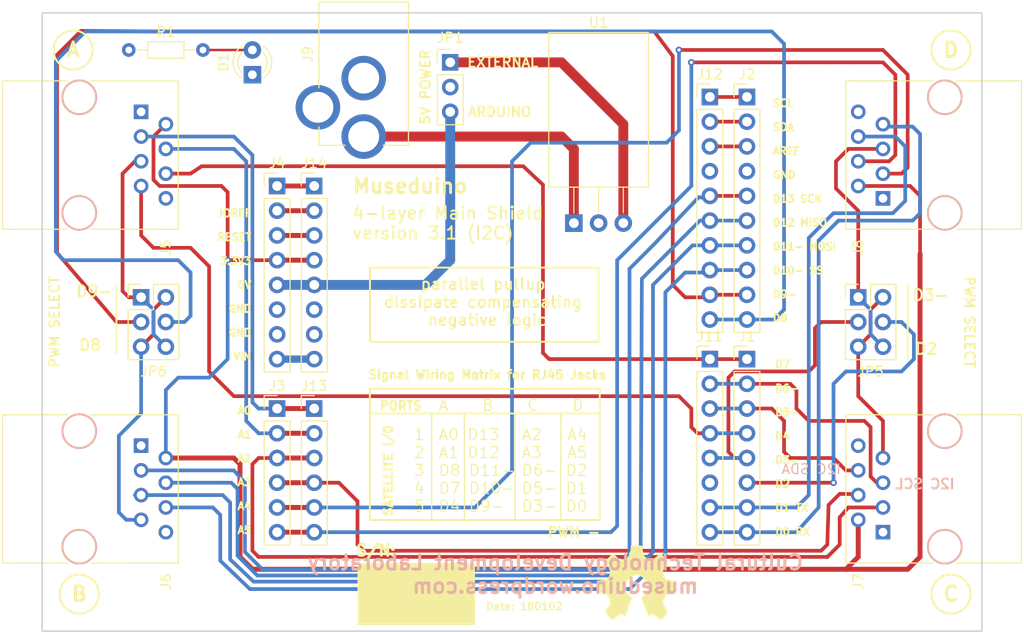
<source format=kicad_pcb>
(kicad_pcb (version 4) (host pcbnew 4.0.7)

  (general
    (links 82)
    (no_connects 18)
    (area 20.912599 23.922599 126.407401 88.975001)
    (thickness 1.6)
    (drawings 57)
    (tracks 314)
    (zones 0)
    (modules 20)
    (nets 40)
  )

  (page USLetter)
  (title_block
    (title "Museduioon v3.1 _I2C")
    (date 2018-01-02)
    (rev "Rev 1.0")
    (company "Cultural Technology Development Lab")
    (comment 1 "Design/.Layout - S. Cohen")
    (comment 2 "Move I2C data and clock to (C)")
  )

  (layers
    (0 F.Cu signal)
    (1 In1.Cu power)
    (2 In2.Cu power)
    (31 B.Cu signal)
    (32 B.Adhes user hide)
    (33 F.Adhes user hide)
    (34 B.Paste user hide)
    (35 F.Paste user hide)
    (36 B.SilkS user)
    (37 F.SilkS user)
    (38 B.Mask user)
    (39 F.Mask user)
    (40 Dwgs.User user)
    (41 Cmts.User user)
    (42 Eco1.User user)
    (43 Eco2.User user)
    (44 Edge.Cuts user)
    (45 Margin user)
    (46 B.CrtYd user)
    (47 F.CrtYd user)
    (48 B.Fab user)
    (49 F.Fab user)
  )

  (setup
    (last_trace_width 0.381)
    (user_trace_width 0.381)
    (user_trace_width 0.508)
    (user_trace_width 0.762)
    (user_trace_width 1.016)
    (trace_clearance 0.1524)
    (zone_clearance 0.508)
    (zone_45_only yes)
    (trace_min 0.1524)
    (segment_width 0.127)
    (edge_width 0.15)
    (via_size 0.6858)
    (via_drill 0.3302)
    (via_min_size 0.6858)
    (via_min_drill 0.3302)
    (uvia_size 0.762)
    (uvia_drill 0.508)
    (uvias_allowed no)
    (uvia_min_size 0)
    (uvia_min_drill 0)
    (pcb_text_width 0.3)
    (pcb_text_size 1.5 1.5)
    (mod_edge_width 0.15)
    (mod_text_size 1 1)
    (mod_text_width 0.15)
    (pad_size 4.572 4.572)
    (pad_drill 3.175)
    (pad_to_mask_clearance 0.2)
    (aux_axis_origin 25.4 25.4)
    (grid_origin 25.4 25.4)
    (visible_elements 7FFFFFFF)
    (pcbplotparams
      (layerselection 0x11030_80000007)
      (usegerberextensions false)
      (excludeedgelayer true)
      (linewidth 0.100000)
      (plotframeref false)
      (viasonmask false)
      (mode 1)
      (useauxorigin false)
      (hpglpennumber 1)
      (hpglpenspeed 20)
      (hpglpendiameter 15)
      (hpglpenoverlay 2)
      (psnegative false)
      (psa4output false)
      (plotreference true)
      (plotvalue true)
      (plotinvisibletext false)
      (padsonsilk false)
      (subtractmaskfromsilk false)
      (outputformat 1)
      (mirror false)
      (drillshape 0)
      (scaleselection 1)
      (outputdirectory "C:/Projects - NMHU/Museduino/KiCAD_Muse/"))
  )

  (net 0 "")
  (net 1 GND)
  (net 2 "Net-(D1-Pad2)")
  (net 3 +5V-ARD)
  (net 4 +3V3)
  (net 5 "Net-(J9-Pad1)")
  (net 6 "Net-(J9-Pad3)")
  (net 7 +5V)
  (net 8 +5V_REG)
  (net 9 D7)
  (net 10 D6)
  (net 11 D5)
  (net 12 D4)
  (net 13 D3)
  (net 14 D2)
  (net 15 D1)
  (net 16 D0)
  (net 17 AREF)
  (net 18 D13)
  (net 19 D12)
  (net 20 D11)
  (net 21 D10)
  (net 22 D9)
  (net 23 D8)
  (net 24 A0)
  (net 25 A1)
  (net 26 A2)
  (net 27 A3)
  (net 28 J4-1)
  (net 29 IO-REF)
  (net 30 RST)
  (net 31 J5-5)
  (net 32 J6-7)
  (net 33 Vin)
  (net 34 J7-7)
  (net 35 J8-5)
  (net 36 J2-1)
  (net 37 J2-2)
  (net 38 A4_SDA)
  (net 39 A5_SCL)

  (net_class Default "This is the default net class."
    (clearance 0.1524)
    (trace_width 0.1524)
    (via_dia 0.6858)
    (via_drill 0.3302)
    (uvia_dia 0.762)
    (uvia_drill 0.508)
    (add_net +3V3)
    (add_net +5V)
    (add_net +5V-ARD)
    (add_net +5V_REG)
    (add_net A0)
    (add_net A1)
    (add_net A2)
    (add_net A3)
    (add_net A4_SDA)
    (add_net A5_SCL)
    (add_net AREF)
    (add_net D0)
    (add_net D1)
    (add_net D10)
    (add_net D11)
    (add_net D12)
    (add_net D13)
    (add_net D2)
    (add_net D3)
    (add_net D4)
    (add_net D5)
    (add_net D6)
    (add_net D7)
    (add_net D8)
    (add_net D9)
    (add_net GND)
    (add_net IO-REF)
    (add_net J2-1)
    (add_net J2-2)
    (add_net J4-1)
    (add_net J5-5)
    (add_net J6-7)
    (add_net J7-7)
    (add_net J8-5)
    (add_net "Net-(D1-Pad2)")
    (add_net "Net-(J9-Pad1)")
    (add_net "Net-(J9-Pad3)")
    (add_net RST)
    (add_net Vin)
  )

  (net_class ARD_signal ""
    (clearance 0.1524)
    (trace_width 3.81)
    (via_dia 0.6858)
    (via_drill 0.3302)
    (uvia_dia 0.762)
    (uvia_drill 0.508)
  )

  (module Connectors:RJ45_8 (layer F.Cu) (tedit 5A55C6D6) (tstamp 597221DE)
    (at 111.76 44.45 90)
    (tags RJ45)
    (path /59721B78)
    (fp_text reference J8 (at -5.08 -2.54 90) (layer F.SilkS)
      (effects (font (size 1 1) (thickness 0.15)))
    )
    (fp_text value CONN_01X08 (at 5.08 -5.08 90) (layer F.Fab)
      (effects (font (size 1 1) (thickness 0.15)))
    )
    (fp_line (start -3.17 14.22) (end 12.07 14.22) (layer F.SilkS) (width 0.12))
    (fp_line (start 12.07 -3.81) (end 12.06 5.18) (layer F.SilkS) (width 0.12))
    (fp_line (start 12.07 -3.81) (end -3.17 -3.81) (layer F.SilkS) (width 0.12))
    (fp_line (start -3.17 -3.81) (end -3.17 5.19) (layer F.SilkS) (width 0.12))
    (fp_line (start 12.06 7.52) (end 12.07 14.22) (layer F.SilkS) (width 0.12))
    (fp_line (start -3.17 7.51) (end -3.17 14.22) (layer F.SilkS) (width 0.12))
    (fp_line (start -3.56 -4.06) (end 12.46 -4.06) (layer F.CrtYd) (width 0.05))
    (fp_line (start -3.56 -4.06) (end -3.56 14.47) (layer F.CrtYd) (width 0.05))
    (fp_line (start 12.46 14.47) (end 12.46 -4.06) (layer F.CrtYd) (width 0.05))
    (fp_line (start 12.46 14.47) (end -3.56 14.47) (layer F.CrtYd) (width 0.05))
    (pad Hole np_thru_hole circle (at 10.38 6.35 90) (size 3.65 3.65) (drill 3.25) (layers *.Cu *.SilkS *.Mask))
    (pad Hole np_thru_hole circle (at -1.49 6.35 90) (size 3.65 3.65) (drill 3.25) (layers *.Cu *.SilkS *.Mask))
    (pad 1 thru_hole rect (at 0 0 90) (size 1.5 1.5) (drill 0.9) (layers *.Cu *.Mask)
      (net 7 +5V))
    (pad 2 thru_hole circle (at 1.27 -2.54 90) (size 1.5 1.5) (drill 0.9) (layers *.Cu *.Mask)
      (net 4 +3V3))
    (pad 3 thru_hole circle (at 2.54 0 90) (size 1.5 1.5) (drill 0.9) (layers *.Cu *.Mask)
      (net 38 A4_SDA))
    (pad 4 thru_hole circle (at 3.81 -2.54 90) (size 1.5 1.5) (drill 0.9) (layers *.Cu *.Mask)
      (net 39 A5_SCL))
    (pad 5 thru_hole circle (at 5.08 0 90) (size 1.5 1.5) (drill 0.9) (layers *.Cu *.Mask)
      (net 35 J8-5))
    (pad 6 thru_hole circle (at 6.35 -2.54 90) (size 1.5 1.5) (drill 0.9) (layers *.Cu *.Mask)
      (net 15 D1))
    (pad 7 thru_hole circle (at 7.62 0 90) (size 1.5 1.5) (drill 0.9) (layers *.Cu *.Mask)
      (net 16 D0))
    (pad 8 thru_hole circle (at 8.89 -2.54 90) (size 1.5 1.5) (drill 0.9) (layers *.Cu *.Mask)
      (net 1 GND))
    (model Connectors.3dshapes/RJ45_8.wrl
      (at (xyz 0.18 -0.25 0))
      (scale (xyz 0.4 0.4 0.4))
      (rotate (xyz 0 0 0))
    )
  )

  (module Pin_Headers:Pin_Header_Straight_1x08_Pitch2.54mm (layer F.Cu) (tedit 5976B353) (tstamp 5972215A)
    (at 97.79 60.96)
    (descr "Through hole straight pin header, 1x08, 2.54mm pitch, single row")
    (tags "Through hole pin header THT 1x08 2.54mm single row")
    (path /59721535)
    (fp_text reference J1 (at 0 -2.33) (layer F.SilkS)
      (effects (font (size 1 1) (thickness 0.15)))
    )
    (fp_text value CONN_01X08 (at 2.54 13.97 90) (layer F.Fab) hide
      (effects (font (size 1 1) (thickness 0.15)))
    )
    (fp_line (start -0.635 -1.27) (end 1.27 -1.27) (layer F.Fab) (width 0.1))
    (fp_line (start 1.27 -1.27) (end 1.27 19.05) (layer F.Fab) (width 0.1))
    (fp_line (start 1.27 19.05) (end -1.27 19.05) (layer F.Fab) (width 0.1))
    (fp_line (start -1.27 19.05) (end -1.27 -0.635) (layer F.Fab) (width 0.1))
    (fp_line (start -1.27 -0.635) (end -0.635 -1.27) (layer F.Fab) (width 0.1))
    (fp_line (start -1.33 19.11) (end 1.33 19.11) (layer F.SilkS) (width 0.12))
    (fp_line (start -1.33 1.27) (end -1.33 19.11) (layer F.SilkS) (width 0.12))
    (fp_line (start 1.33 1.27) (end 1.33 19.11) (layer F.SilkS) (width 0.12))
    (fp_line (start -1.33 1.27) (end 1.33 1.27) (layer F.SilkS) (width 0.12))
    (fp_line (start -1.33 0) (end -1.33 -1.33) (layer F.SilkS) (width 0.12))
    (fp_line (start -1.33 -1.33) (end 0 -1.33) (layer F.SilkS) (width 0.12))
    (fp_line (start -1.8 -1.8) (end -1.8 19.55) (layer F.CrtYd) (width 0.05))
    (fp_line (start -1.8 19.55) (end 1.8 19.55) (layer F.CrtYd) (width 0.05))
    (fp_line (start 1.8 19.55) (end 1.8 -1.8) (layer F.CrtYd) (width 0.05))
    (fp_line (start 1.8 -1.8) (end -1.8 -1.8) (layer F.CrtYd) (width 0.05))
    (fp_text user %R (at 0 8.89 90) (layer F.Fab)
      (effects (font (size 1 1) (thickness 0.15)))
    )
    (pad 1 thru_hole rect (at 0 0) (size 1.7 1.7) (drill 1) (layers *.Cu *.Mask)
      (net 9 D7))
    (pad 2 thru_hole oval (at 0 2.54) (size 1.7 1.7) (drill 1) (layers *.Cu *.Mask)
      (net 10 D6))
    (pad 3 thru_hole oval (at 0 5.08) (size 1.7 1.7) (drill 1) (layers *.Cu *.Mask)
      (net 11 D5))
    (pad 4 thru_hole oval (at 0 7.62) (size 1.7 1.7) (drill 1) (layers *.Cu *.Mask)
      (net 12 D4))
    (pad 5 thru_hole oval (at 0 10.16) (size 1.7 1.7) (drill 1) (layers *.Cu *.Mask)
      (net 13 D3))
    (pad 6 thru_hole oval (at 0 12.7) (size 1.7 1.7) (drill 1) (layers *.Cu *.Mask)
      (net 14 D2))
    (pad 7 thru_hole oval (at 0 15.24) (size 1.7 1.7) (drill 1) (layers *.Cu *.Mask)
      (net 15 D1))
    (pad 8 thru_hole oval (at 0 17.78) (size 1.7 1.7) (drill 1) (layers *.Cu *.Mask)
      (net 16 D0))
    (model ${KISYS3DMOD}/Pin_Headers.3dshapes/Pin_Header_Straight_1x08_Pitch2.54mm.wrl
      (at (xyz 0 0 0))
      (scale (xyz 1 1 1))
      (rotate (xyz 0 0 0))
    )
  )

  (module Pin_Headers:Pin_Header_Straight_1x10_Pitch2.54mm (layer F.Cu) (tedit 598607DD) (tstamp 59722178)
    (at 97.79 34.036)
    (descr "Through hole straight pin header, 1x10, 2.54mm pitch, single row")
    (tags "Through hole pin header THT 1x10 2.54mm single row")
    (path /597215B0)
    (fp_text reference J2 (at 0 -2.33) (layer F.SilkS)
      (effects (font (size 1 1) (thickness 0.15)))
    )
    (fp_text value CONN_01X10 (at 5.715 4.699 90) (layer F.Fab) hide
      (effects (font (size 1 1) (thickness 0.15)))
    )
    (fp_line (start -0.635 -1.27) (end 1.27 -1.27) (layer F.Fab) (width 0.1))
    (fp_line (start 1.27 -1.27) (end 1.27 24.13) (layer F.Fab) (width 0.1))
    (fp_line (start 1.27 24.13) (end -1.27 24.13) (layer F.Fab) (width 0.1))
    (fp_line (start -1.27 24.13) (end -1.27 -0.635) (layer F.Fab) (width 0.1))
    (fp_line (start -1.27 -0.635) (end -0.635 -1.27) (layer F.Fab) (width 0.1))
    (fp_line (start -1.33 24.19) (end 1.33 24.19) (layer F.SilkS) (width 0.12))
    (fp_line (start -1.33 1.27) (end -1.33 24.19) (layer F.SilkS) (width 0.12))
    (fp_line (start 1.33 1.27) (end 1.33 24.19) (layer F.SilkS) (width 0.12))
    (fp_line (start -1.33 1.27) (end 1.33 1.27) (layer F.SilkS) (width 0.12))
    (fp_line (start -1.33 0) (end -1.33 -1.33) (layer F.SilkS) (width 0.12))
    (fp_line (start -1.33 -1.33) (end 0 -1.33) (layer F.SilkS) (width 0.12))
    (fp_line (start -1.8 -1.8) (end -1.8 24.65) (layer F.CrtYd) (width 0.05))
    (fp_line (start -1.8 24.65) (end 1.8 24.65) (layer F.CrtYd) (width 0.05))
    (fp_line (start 1.8 24.65) (end 1.8 -1.8) (layer F.CrtYd) (width 0.05))
    (fp_line (start 1.8 -1.8) (end -1.8 -1.8) (layer F.CrtYd) (width 0.05))
    (fp_text user %R (at 0 11.43 90) (layer F.Fab)
      (effects (font (size 1 1) (thickness 0.15)))
    )
    (pad 1 thru_hole rect (at 0 0) (size 1.7 1.7) (drill 1) (layers *.Cu *.Mask)
      (net 36 J2-1))
    (pad 2 thru_hole oval (at 0 2.54) (size 1.7 1.7) (drill 1) (layers *.Cu *.Mask)
      (net 37 J2-2))
    (pad 3 thru_hole oval (at 0 5.08) (size 1.7 1.7) (drill 1) (layers *.Cu *.Mask)
      (net 17 AREF))
    (pad 4 thru_hole oval (at 0 7.62) (size 1.7 1.7) (drill 1) (layers *.Cu *.Mask)
      (net 1 GND))
    (pad 5 thru_hole oval (at 0 10.16) (size 1.7 1.7) (drill 1) (layers *.Cu *.Mask)
      (net 18 D13))
    (pad 6 thru_hole oval (at 0 12.7) (size 1.7 1.7) (drill 1) (layers *.Cu *.Mask)
      (net 19 D12))
    (pad 7 thru_hole oval (at 0 15.24) (size 1.7 1.7) (drill 1) (layers *.Cu *.Mask)
      (net 20 D11))
    (pad 8 thru_hole oval (at 0 17.78) (size 1.7 1.7) (drill 1) (layers *.Cu *.Mask)
      (net 21 D10))
    (pad 9 thru_hole oval (at 0 20.32) (size 1.7 1.7) (drill 1) (layers *.Cu *.Mask)
      (net 22 D9))
    (pad 10 thru_hole oval (at 0 22.86) (size 1.7 1.7) (drill 1) (layers *.Cu *.Mask)
      (net 23 D8))
    (model ${KISYS3DMOD}/Pin_Headers.3dshapes/Pin_Header_Straight_1x10_Pitch2.54mm.wrl
      (at (xyz 0 0 0))
      (scale (xyz 1 1 1))
      (rotate (xyz 0 0 0))
    )
  )

  (module Pin_Headers:Pin_Header_Straight_1x06_Pitch2.54mm (layer F.Cu) (tedit 5976B31C) (tstamp 59722192)
    (at 49.53 66.04)
    (descr "Through hole straight pin header, 1x06, 2.54mm pitch, single row")
    (tags "Through hole pin header THT 1x06 2.54mm single row")
    (path /59721351)
    (fp_text reference J3 (at 0 -2.33) (layer F.SilkS)
      (effects (font (size 1 1) (thickness 0.15)))
    )
    (fp_text value CONN_01X06 (at -3.81 6.35 90) (layer F.Fab) hide
      (effects (font (size 1 1) (thickness 0.15)))
    )
    (fp_line (start -0.635 -1.27) (end 1.27 -1.27) (layer F.Fab) (width 0.1))
    (fp_line (start 1.27 -1.27) (end 1.27 13.97) (layer F.Fab) (width 0.1))
    (fp_line (start 1.27 13.97) (end -1.27 13.97) (layer F.Fab) (width 0.1))
    (fp_line (start -1.27 13.97) (end -1.27 -0.635) (layer F.Fab) (width 0.1))
    (fp_line (start -1.27 -0.635) (end -0.635 -1.27) (layer F.Fab) (width 0.1))
    (fp_line (start -1.33 14.03) (end 1.33 14.03) (layer F.SilkS) (width 0.12))
    (fp_line (start -1.33 1.27) (end -1.33 14.03) (layer F.SilkS) (width 0.12))
    (fp_line (start 1.33 1.27) (end 1.33 14.03) (layer F.SilkS) (width 0.12))
    (fp_line (start -1.33 1.27) (end 1.33 1.27) (layer F.SilkS) (width 0.12))
    (fp_line (start -1.33 0) (end -1.33 -1.33) (layer F.SilkS) (width 0.12))
    (fp_line (start -1.33 -1.33) (end 0 -1.33) (layer F.SilkS) (width 0.12))
    (fp_line (start -1.8 -1.8) (end -1.8 14.5) (layer F.CrtYd) (width 0.05))
    (fp_line (start -1.8 14.5) (end 1.8 14.5) (layer F.CrtYd) (width 0.05))
    (fp_line (start 1.8 14.5) (end 1.8 -1.8) (layer F.CrtYd) (width 0.05))
    (fp_line (start 1.8 -1.8) (end -1.8 -1.8) (layer F.CrtYd) (width 0.05))
    (fp_text user %R (at 0 6.35 90) (layer F.Fab)
      (effects (font (size 1 1) (thickness 0.15)))
    )
    (pad 1 thru_hole rect (at 0 0) (size 1.7 1.7) (drill 1) (layers *.Cu *.Mask)
      (net 24 A0))
    (pad 2 thru_hole oval (at 0 2.54) (size 1.7 1.7) (drill 1) (layers *.Cu *.Mask)
      (net 25 A1))
    (pad 3 thru_hole oval (at 0 5.08) (size 1.7 1.7) (drill 1) (layers *.Cu *.Mask)
      (net 26 A2))
    (pad 4 thru_hole oval (at 0 7.62) (size 1.7 1.7) (drill 1) (layers *.Cu *.Mask)
      (net 27 A3))
    (pad 5 thru_hole oval (at 0 10.16) (size 1.7 1.7) (drill 1) (layers *.Cu *.Mask)
      (net 38 A4_SDA))
    (pad 6 thru_hole oval (at 0 12.7) (size 1.7 1.7) (drill 1) (layers *.Cu *.Mask)
      (net 39 A5_SCL))
    (model ${KISYS3DMOD}/Pin_Headers.3dshapes/Pin_Header_Straight_1x06_Pitch2.54mm.wrl
      (at (xyz 0 0 0))
      (scale (xyz 1 1 1))
      (rotate (xyz 0 0 0))
    )
  )

  (module Pin_Headers:Pin_Header_Straight_1x08_Pitch2.54mm (layer F.Cu) (tedit 5976B383) (tstamp 597221AE)
    (at 49.53 43.18)
    (descr "Through hole straight pin header, 1x08, 2.54mm pitch, single row")
    (tags "Through hole pin header THT 1x08 2.54mm single row")
    (path /597214BC)
    (fp_text reference J4 (at 0 -2.33) (layer F.SilkS)
      (effects (font (size 1 1) (thickness 0.15)))
    )
    (fp_text value CONN_01X08 (at -2.54 11.43 90) (layer F.Fab) hide
      (effects (font (size 1 1) (thickness 0.15)))
    )
    (fp_line (start -0.635 -1.27) (end 1.27 -1.27) (layer F.Fab) (width 0.1))
    (fp_line (start 1.27 -1.27) (end 1.27 19.05) (layer F.Fab) (width 0.1))
    (fp_line (start 1.27 19.05) (end -1.27 19.05) (layer F.Fab) (width 0.1))
    (fp_line (start -1.27 19.05) (end -1.27 -0.635) (layer F.Fab) (width 0.1))
    (fp_line (start -1.27 -0.635) (end -0.635 -1.27) (layer F.Fab) (width 0.1))
    (fp_line (start -1.33 19.11) (end 1.33 19.11) (layer F.SilkS) (width 0.12))
    (fp_line (start -1.33 1.27) (end -1.33 19.11) (layer F.SilkS) (width 0.12))
    (fp_line (start 1.33 1.27) (end 1.33 19.11) (layer F.SilkS) (width 0.12))
    (fp_line (start -1.33 1.27) (end 1.33 1.27) (layer F.SilkS) (width 0.12))
    (fp_line (start -1.33 0) (end -1.33 -1.33) (layer F.SilkS) (width 0.12))
    (fp_line (start -1.33 -1.33) (end 0 -1.33) (layer F.SilkS) (width 0.12))
    (fp_line (start -1.8 -1.8) (end -1.8 19.55) (layer F.CrtYd) (width 0.05))
    (fp_line (start -1.8 19.55) (end 1.8 19.55) (layer F.CrtYd) (width 0.05))
    (fp_line (start 1.8 19.55) (end 1.8 -1.8) (layer F.CrtYd) (width 0.05))
    (fp_line (start 1.8 -1.8) (end -1.8 -1.8) (layer F.CrtYd) (width 0.05))
    (fp_text user %R (at 0 8.89 90) (layer F.Fab)
      (effects (font (size 1 1) (thickness 0.15)))
    )
    (pad 1 thru_hole rect (at 0 0) (size 1.7 1.7) (drill 1) (layers *.Cu *.Mask)
      (net 28 J4-1))
    (pad 2 thru_hole oval (at 0 2.54) (size 1.7 1.7) (drill 1) (layers *.Cu *.Mask)
      (net 29 IO-REF))
    (pad 3 thru_hole oval (at 0 5.08) (size 1.7 1.7) (drill 1) (layers *.Cu *.Mask)
      (net 30 RST))
    (pad 4 thru_hole oval (at 0 7.62) (size 1.7 1.7) (drill 1) (layers *.Cu *.Mask)
      (net 4 +3V3))
    (pad 5 thru_hole oval (at 0 10.16) (size 1.7 1.7) (drill 1) (layers *.Cu *.Mask)
      (net 3 +5V-ARD))
    (pad 6 thru_hole oval (at 0 12.7) (size 1.7 1.7) (drill 1) (layers *.Cu *.Mask)
      (net 1 GND))
    (pad 7 thru_hole oval (at 0 15.24) (size 1.7 1.7) (drill 1) (layers *.Cu *.Mask)
      (net 1 GND) (thermal_width 1.27) (thermal_gap 0.127))
    (pad 8 thru_hole oval (at 0 17.78) (size 1.7 1.7) (drill 1) (layers *.Cu *.Mask)
      (net 33 Vin))
    (model ${KISYS3DMOD}/Pin_Headers.3dshapes/Pin_Header_Straight_1x08_Pitch2.54mm.wrl
      (at (xyz 0 0 0))
      (scale (xyz 1 1 1))
      (rotate (xyz 0 0 0))
    )
  )

  (module Connectors:RJ45_8 (layer F.Cu) (tedit 5A55C6E3) (tstamp 597221C6)
    (at 35.56 35.56 270)
    (tags RJ45)
    (path /5972180D)
    (fp_text reference J5 (at 13.97 -2.54 270) (layer F.SilkS)
      (effects (font (size 1 1) (thickness 0.15)))
    )
    (fp_text value CONN_01X08 (at 3.81 -5.08 270) (layer F.Fab)
      (effects (font (size 1 1) (thickness 0.15)))
    )
    (fp_line (start -3.17 14.22) (end 12.07 14.22) (layer F.SilkS) (width 0.12))
    (fp_line (start 12.07 -3.81) (end 12.06 5.18) (layer F.SilkS) (width 0.12))
    (fp_line (start 12.07 -3.81) (end -3.17 -3.81) (layer F.SilkS) (width 0.12))
    (fp_line (start -3.17 -3.81) (end -3.17 5.19) (layer F.SilkS) (width 0.12))
    (fp_line (start 12.06 7.52) (end 12.07 14.22) (layer F.SilkS) (width 0.12))
    (fp_line (start -3.17 7.51) (end -3.17 14.22) (layer F.SilkS) (width 0.12))
    (fp_line (start -3.56 -4.06) (end 12.46 -4.06) (layer F.CrtYd) (width 0.05))
    (fp_line (start -3.56 -4.06) (end -3.56 14.47) (layer F.CrtYd) (width 0.05))
    (fp_line (start 12.46 14.47) (end 12.46 -4.06) (layer F.CrtYd) (width 0.05))
    (fp_line (start 12.46 14.47) (end -3.56 14.47) (layer F.CrtYd) (width 0.05))
    (pad Hole np_thru_hole circle (at 10.38 6.35 270) (size 3.65 3.65) (drill 3.25) (layers *.Cu *.SilkS *.Mask))
    (pad Hole np_thru_hole circle (at -1.49 6.35 270) (size 3.65 3.65) (drill 3.25) (layers *.Cu *.SilkS *.Mask))
    (pad 1 thru_hole rect (at 0 0 270) (size 1.5 1.5) (drill 0.9) (layers *.Cu *.Mask)
      (net 7 +5V))
    (pad 2 thru_hole circle (at 1.27 -2.54 270) (size 1.5 1.5) (drill 0.9) (layers *.Cu *.Mask)
      (net 4 +3V3))
    (pad 3 thru_hole circle (at 2.54 0 270) (size 1.5 1.5) (drill 0.9) (layers *.Cu *.Mask)
      (net 24 A0))
    (pad 4 thru_hole circle (at 3.81 -2.54 270) (size 1.5 1.5) (drill 0.9) (layers *.Cu *.Mask)
      (net 25 A1))
    (pad 5 thru_hole circle (at 5.08 0 270) (size 1.5 1.5) (drill 0.9) (layers *.Cu *.Mask)
      (net 31 J5-5))
    (pad 6 thru_hole circle (at 6.35 -2.54 270) (size 1.5 1.5) (drill 0.9) (layers *.Cu *.Mask)
      (net 9 D7))
    (pad 7 thru_hole circle (at 7.62 0 270) (size 1.5 1.5) (drill 0.9) (layers *.Cu *.Mask)
      (net 12 D4))
    (pad 8 thru_hole circle (at 8.89 -2.54 270) (size 1.5 1.5) (drill 0.9) (layers *.Cu *.Mask)
      (net 1 GND))
    (model Connectors.3dshapes/RJ45_8.wrl
      (at (xyz 0.18 -0.25 0))
      (scale (xyz 0.4 0.4 0.4))
      (rotate (xyz 0 0 0))
    )
  )

  (module Connectors:RJ45_8 (layer F.Cu) (tedit 5A55C6DC) (tstamp 597221F6)
    (at 111.76 78.74 90)
    (tags RJ45)
    (path /59721888)
    (fp_text reference J7 (at -5.08 -2.54 90) (layer F.SilkS)
      (effects (font (size 1 1) (thickness 0.15)))
    )
    (fp_text value CONN_01X08 (at 4.445 1.905 90) (layer F.Fab)
      (effects (font (size 1 1) (thickness 0.15)))
    )
    (fp_line (start -3.17 14.22) (end 12.07 14.22) (layer F.SilkS) (width 0.12))
    (fp_line (start 12.07 -3.81) (end 12.06 5.18) (layer F.SilkS) (width 0.12))
    (fp_line (start 12.07 -3.81) (end -3.17 -3.81) (layer F.SilkS) (width 0.12))
    (fp_line (start -3.17 -3.81) (end -3.17 5.19) (layer F.SilkS) (width 0.12))
    (fp_line (start 12.06 7.52) (end 12.07 14.22) (layer F.SilkS) (width 0.12))
    (fp_line (start -3.17 7.51) (end -3.17 14.22) (layer F.SilkS) (width 0.12))
    (fp_line (start -3.56 -4.06) (end 12.46 -4.06) (layer F.CrtYd) (width 0.05))
    (fp_line (start -3.56 -4.06) (end -3.56 14.47) (layer F.CrtYd) (width 0.05))
    (fp_line (start 12.46 14.47) (end 12.46 -4.06) (layer F.CrtYd) (width 0.05))
    (fp_line (start 12.46 14.47) (end -3.56 14.47) (layer F.CrtYd) (width 0.05))
    (pad Hole np_thru_hole circle (at 10.38 6.35 90) (size 3.65 3.65) (drill 3.25) (layers *.Cu *.SilkS *.Mask))
    (pad Hole np_thru_hole circle (at -1.49 6.35 90) (size 3.65 3.65) (drill 3.25) (layers *.Cu *.SilkS *.Mask))
    (pad 1 thru_hole rect (at 0 0 90) (size 1.5 1.5) (drill 0.9) (layers *.Cu *.Mask)
      (net 7 +5V))
    (pad 2 thru_hole circle (at 1.27 -2.54 90) (size 1.5 1.5) (drill 0.9) (layers *.Cu *.Mask)
      (net 4 +3V3))
    (pad 3 thru_hole circle (at 2.54 0 90) (size 1.5 1.5) (drill 0.9) (layers *.Cu *.Mask)
      (net 26 A2))
    (pad 4 thru_hole circle (at 3.81 -2.54 90) (size 1.5 1.5) (drill 0.9) (layers *.Cu *.Mask)
      (net 27 A3))
    (pad 5 thru_hole circle (at 5.08 0 90) (size 1.5 1.5) (drill 0.9) (layers *.Cu *.Mask)
      (net 10 D6))
    (pad 6 thru_hole circle (at 6.35 -2.54 90) (size 1.5 1.5) (drill 0.9) (layers *.Cu *.Mask)
      (net 11 D5))
    (pad 7 thru_hole circle (at 7.62 0 90) (size 1.5 1.5) (drill 0.9) (layers *.Cu *.Mask)
      (net 34 J7-7))
    (pad 8 thru_hole circle (at 8.89 -2.54 90) (size 1.5 1.5) (drill 0.9) (layers *.Cu *.Mask)
      (net 1 GND))
    (model Connectors.3dshapes/RJ45_8.wrl
      (at (xyz 0.18 -0.25 0))
      (scale (xyz 0.4 0.4 0.4))
      (rotate (xyz 0 0 0))
    )
  )

  (module Connectors:RJ45_8 (layer F.Cu) (tedit 5A55C6EF) (tstamp 5972220E)
    (at 35.56 69.85 270)
    (tags RJ45)
    (path /59721667)
    (fp_text reference J6 (at 13.97 -2.54 270) (layer F.SilkS)
      (effects (font (size 1 1) (thickness 0.15)))
    )
    (fp_text value CONN_01X08 (at 3.81 -5.08 270) (layer F.Fab)
      (effects (font (size 1 1) (thickness 0.15)))
    )
    (fp_line (start -3.17 14.22) (end 12.07 14.22) (layer F.SilkS) (width 0.12))
    (fp_line (start 12.07 -3.81) (end 12.06 5.18) (layer F.SilkS) (width 0.12))
    (fp_line (start 12.07 -3.81) (end -3.17 -3.81) (layer F.SilkS) (width 0.12))
    (fp_line (start -3.17 -3.81) (end -3.17 5.19) (layer F.SilkS) (width 0.12))
    (fp_line (start 12.06 7.52) (end 12.07 14.22) (layer F.SilkS) (width 0.12))
    (fp_line (start -3.17 7.51) (end -3.17 14.22) (layer F.SilkS) (width 0.12))
    (fp_line (start -3.56 -4.06) (end 12.46 -4.06) (layer F.CrtYd) (width 0.05))
    (fp_line (start -3.56 -4.06) (end -3.56 14.47) (layer F.CrtYd) (width 0.05))
    (fp_line (start 12.46 14.47) (end 12.46 -4.06) (layer F.CrtYd) (width 0.05))
    (fp_line (start 12.46 14.47) (end -3.56 14.47) (layer F.CrtYd) (width 0.05))
    (pad Hole np_thru_hole circle (at 10.38 6.35 270) (size 3.65 3.65) (drill 3.25) (layers *.Cu *.SilkS *.Mask))
    (pad Hole np_thru_hole circle (at -1.49 6.35 270) (size 3.65 3.65) (drill 3.25) (layers *.Cu *.SilkS *.Mask))
    (pad 1 thru_hole rect (at 0 0 270) (size 1.5 1.5) (drill 0.9) (layers *.Cu *.Mask)
      (net 7 +5V))
    (pad 2 thru_hole circle (at 1.27 -2.54 270) (size 1.5 1.5) (drill 0.9) (layers *.Cu *.Mask)
      (net 4 +3V3))
    (pad 3 thru_hole circle (at 2.54 0 270) (size 1.5 1.5) (drill 0.9) (layers *.Cu *.Mask)
      (net 18 D13))
    (pad 4 thru_hole circle (at 3.81 -2.54 270) (size 1.5 1.5) (drill 0.9) (layers *.Cu *.Mask)
      (net 19 D12))
    (pad 5 thru_hole circle (at 5.08 0 270) (size 1.5 1.5) (drill 0.9) (layers *.Cu *.Mask)
      (net 20 D11))
    (pad 6 thru_hole circle (at 6.35 -2.54 270) (size 1.5 1.5) (drill 0.9) (layers *.Cu *.Mask)
      (net 21 D10))
    (pad 7 thru_hole circle (at 7.62 0 270) (size 1.5 1.5) (drill 0.9) (layers *.Cu *.Mask)
      (net 32 J6-7))
    (pad 8 thru_hole circle (at 8.89 -2.54 270) (size 1.5 1.5) (drill 0.9) (layers *.Cu *.Mask)
      (net 1 GND))
    (model Connectors.3dshapes/RJ45_8.wrl
      (at (xyz 0.18 -0.25 0))
      (scale (xyz 0.4 0.4 0.4))
      (rotate (xyz 0 0 0))
    )
  )

  (module LEDs:LED_D3.0mm (layer F.Cu) (tedit 587A3A7B) (tstamp 5973D2C0)
    (at 46.99 31.75 90)
    (descr "LED, diameter 3.0mm, 2 pins")
    (tags "LED diameter 3.0mm 2 pins")
    (path /59727794)
    (fp_text reference D1 (at 1.27 -2.96 90) (layer F.SilkS)
      (effects (font (size 1 1) (thickness 0.15)))
    )
    (fp_text value LED (at 1.27 2.96 90) (layer F.Fab)
      (effects (font (size 1 1) (thickness 0.15)))
    )
    (fp_arc (start 1.27 0) (end -0.23 -1.16619) (angle 284.3) (layer F.Fab) (width 0.1))
    (fp_arc (start 1.27 0) (end -0.29 -1.235516) (angle 108.8) (layer F.SilkS) (width 0.12))
    (fp_arc (start 1.27 0) (end -0.29 1.235516) (angle -108.8) (layer F.SilkS) (width 0.12))
    (fp_arc (start 1.27 0) (end 0.229039 -1.08) (angle 87.9) (layer F.SilkS) (width 0.12))
    (fp_arc (start 1.27 0) (end 0.229039 1.08) (angle -87.9) (layer F.SilkS) (width 0.12))
    (fp_circle (center 1.27 0) (end 2.77 0) (layer F.Fab) (width 0.1))
    (fp_line (start -0.23 -1.16619) (end -0.23 1.16619) (layer F.Fab) (width 0.1))
    (fp_line (start -0.29 -1.236) (end -0.29 -1.08) (layer F.SilkS) (width 0.12))
    (fp_line (start -0.29 1.08) (end -0.29 1.236) (layer F.SilkS) (width 0.12))
    (fp_line (start -1.15 -2.25) (end -1.15 2.25) (layer F.CrtYd) (width 0.05))
    (fp_line (start -1.15 2.25) (end 3.7 2.25) (layer F.CrtYd) (width 0.05))
    (fp_line (start 3.7 2.25) (end 3.7 -2.25) (layer F.CrtYd) (width 0.05))
    (fp_line (start 3.7 -2.25) (end -1.15 -2.25) (layer F.CrtYd) (width 0.05))
    (pad 1 thru_hole rect (at 0 0 90) (size 1.8 1.8) (drill 0.9) (layers *.Cu *.Mask)
      (net 1 GND))
    (pad 2 thru_hole circle (at 2.54 0 90) (size 1.8 1.8) (drill 0.9) (layers *.Cu *.Mask)
      (net 2 "Net-(D1-Pad2)"))
    (model ${KISYS3DMOD}/LEDs.3dshapes/LED_D3.0mm.wrl
      (at (xyz 0 0 0))
      (scale (xyz 0.393701 0.393701 0.393701))
      (rotate (xyz 0 0 0))
    )
  )

  (module TO_SOT_Packages_THT:TO-220_Horizontal (layer F.Cu) (tedit 58CE52AD) (tstamp 5973D306)
    (at 80.01 46.99)
    (descr "TO-220, Horizontal, RM 2.54mm")
    (tags "TO-220 Horizontal RM 2.54mm")
    (path /5972650C)
    (fp_text reference U1 (at 2.54 -20.58) (layer F.SilkS)
      (effects (font (size 1 1) (thickness 0.15)))
    )
    (fp_text value LM7805CT (at 2.54 1.9) (layer F.Fab)
      (effects (font (size 1 1) (thickness 0.15)))
    )
    (fp_text user %R (at 2.54 -20.58) (layer F.Fab)
      (effects (font (size 1 1) (thickness 0.15)))
    )
    (fp_line (start -2.46 -13.06) (end -2.46 -19.46) (layer F.Fab) (width 0.1))
    (fp_line (start -2.46 -19.46) (end 7.54 -19.46) (layer F.Fab) (width 0.1))
    (fp_line (start 7.54 -19.46) (end 7.54 -13.06) (layer F.Fab) (width 0.1))
    (fp_line (start 7.54 -13.06) (end -2.46 -13.06) (layer F.Fab) (width 0.1))
    (fp_line (start -2.46 -3.81) (end -2.46 -13.06) (layer F.Fab) (width 0.1))
    (fp_line (start -2.46 -13.06) (end 7.54 -13.06) (layer F.Fab) (width 0.1))
    (fp_line (start 7.54 -13.06) (end 7.54 -3.81) (layer F.Fab) (width 0.1))
    (fp_line (start 7.54 -3.81) (end -2.46 -3.81) (layer F.Fab) (width 0.1))
    (fp_line (start 0 -3.81) (end 0 0) (layer F.Fab) (width 0.1))
    (fp_line (start 2.54 -3.81) (end 2.54 0) (layer F.Fab) (width 0.1))
    (fp_line (start 5.08 -3.81) (end 5.08 0) (layer F.Fab) (width 0.1))
    (fp_line (start -2.58 -3.69) (end 7.66 -3.69) (layer F.SilkS) (width 0.12))
    (fp_line (start -2.58 -19.58) (end 7.66 -19.58) (layer F.SilkS) (width 0.12))
    (fp_line (start -2.58 -19.58) (end -2.58 -3.69) (layer F.SilkS) (width 0.12))
    (fp_line (start 7.66 -19.58) (end 7.66 -3.69) (layer F.SilkS) (width 0.12))
    (fp_line (start 0 -3.69) (end 0 -1.05) (layer F.SilkS) (width 0.12))
    (fp_line (start 2.54 -3.69) (end 2.54 -1.066) (layer F.SilkS) (width 0.12))
    (fp_line (start 5.08 -3.69) (end 5.08 -1.066) (layer F.SilkS) (width 0.12))
    (fp_line (start -2.71 -19.71) (end -2.71 1.15) (layer F.CrtYd) (width 0.05))
    (fp_line (start -2.71 1.15) (end 7.79 1.15) (layer F.CrtYd) (width 0.05))
    (fp_line (start 7.79 1.15) (end 7.79 -19.71) (layer F.CrtYd) (width 0.05))
    (fp_line (start 7.79 -19.71) (end -2.71 -19.71) (layer F.CrtYd) (width 0.05))
    (fp_circle (center 2.54 -16.66) (end 4.39 -16.66) (layer F.Fab) (width 0.1))
    (pad 0 np_thru_hole oval (at 2.54 -16.66) (size 3.5 3.5) (drill 3.5) (layers *.Cu *.Mask))
    (pad 1 thru_hole rect (at 0 0) (size 1.8 1.8) (drill 1) (layers *.Cu *.Mask)
      (net 5 "Net-(J9-Pad1)"))
    (pad 2 thru_hole oval (at 2.54 0) (size 1.8 1.8) (drill 1) (layers *.Cu *.Mask)
      (net 1 GND))
    (pad 3 thru_hole oval (at 5.08 0) (size 1.8 1.8) (drill 1) (layers *.Cu *.Mask)
      (net 8 +5V_REG))
    (model ${KISYS3DMOD}/TO_SOT_Packages_THT.3dshapes/TO-220_Horizontal.wrl
      (at (xyz 0.1 0 0))
      (scale (xyz 0.393701 0.393701 0.393701))
      (rotate (xyz 0 0 0))
    )
  )

  (module Pin_Headers:Pin_Header_Straight_1x03_Pitch2.54mm (layer F.Cu) (tedit 5A55D3D4) (tstamp 5974D811)
    (at 67.31 30.48)
    (descr "Through hole straight pin header, 1x03, 2.54mm pitch, single row")
    (tags "Through hole pin header THT 1x03 2.54mm single row")
    (path /5974E369)
    (fp_text reference JP1 (at 0 -2.54) (layer F.SilkS)
      (effects (font (size 1 1) (thickness 0.15)))
    )
    (fp_text value CONN_01X03 (at 0 7.41) (layer F.Fab)
      (effects (font (size 1 1) (thickness 0.15)))
    )
    (fp_line (start -0.635 -1.27) (end 1.27 -1.27) (layer F.Fab) (width 0.1))
    (fp_line (start 1.27 -1.27) (end 1.27 6.35) (layer F.Fab) (width 0.1))
    (fp_line (start 1.27 6.35) (end -1.27 6.35) (layer F.Fab) (width 0.1))
    (fp_line (start -1.27 6.35) (end -1.27 -0.635) (layer F.Fab) (width 0.1))
    (fp_line (start -1.27 -0.635) (end -0.635 -1.27) (layer F.Fab) (width 0.1))
    (fp_line (start -1.33 6.41) (end 1.33 6.41) (layer F.SilkS) (width 0.12))
    (fp_line (start -1.33 1.27) (end -1.33 6.41) (layer F.SilkS) (width 0.12))
    (fp_line (start 1.33 1.27) (end 1.33 6.41) (layer F.SilkS) (width 0.12))
    (fp_line (start -1.33 1.27) (end 1.33 1.27) (layer F.SilkS) (width 0.12))
    (fp_line (start -1.33 0) (end -1.33 -1.33) (layer F.SilkS) (width 0.12))
    (fp_line (start -1.33 -1.33) (end 0 -1.33) (layer F.SilkS) (width 0.12))
    (fp_line (start -1.8 -1.8) (end -1.8 6.85) (layer F.CrtYd) (width 0.05))
    (fp_line (start -1.8 6.85) (end 1.8 6.85) (layer F.CrtYd) (width 0.05))
    (fp_line (start 1.8 6.85) (end 1.8 -1.8) (layer F.CrtYd) (width 0.05))
    (fp_line (start 1.8 -1.8) (end -1.8 -1.8) (layer F.CrtYd) (width 0.05))
    (fp_text user %R (at 0 2.54 90) (layer F.Fab)
      (effects (font (size 1 1) (thickness 0.15)))
    )
    (pad 1 thru_hole rect (at 0 0) (size 1.7 1.7) (drill 1) (layers *.Cu *.Mask)
      (net 8 +5V_REG))
    (pad 2 thru_hole oval (at 0 2.54) (size 1.7 1.7) (drill 1) (layers *.Cu *.Mask)
      (net 7 +5V))
    (pad 3 thru_hole oval (at 0 5.08) (size 1.7 1.7) (drill 1) (layers *.Cu *.Mask)
      (net 3 +5V-ARD))
    (model ${KISYS3DMOD}/Pin_Headers.3dshapes/Pin_Header_Straight_1x03_Pitch2.54mm.wrl
      (at (xyz 0 0 0))
      (scale (xyz 1 1 1))
      (rotate (xyz 0 0 0))
    )
  )

  (module Pin_Headers:Pin_Header_Straight_2x03_Pitch2.54mm (layer F.Cu) (tedit 5A55C704) (tstamp 59752D42)
    (at 109.22 54.61)
    (descr "Through hole straight pin header, 2x03, 2.54mm pitch, double rows")
    (tags "Through hole pin header THT 2x03 2.54mm double row")
    (path /59754A5A)
    (fp_text reference JP5 (at 1.27 7.62) (layer F.SilkS)
      (effects (font (size 1 1) (thickness 0.15)))
    )
    (fp_text value CONN_02X03 (at 1.27 7.41) (layer F.Fab)
      (effects (font (size 1 1) (thickness 0.15)))
    )
    (fp_line (start 0 -1.27) (end 3.81 -1.27) (layer F.Fab) (width 0.1))
    (fp_line (start 3.81 -1.27) (end 3.81 6.35) (layer F.Fab) (width 0.1))
    (fp_line (start 3.81 6.35) (end -1.27 6.35) (layer F.Fab) (width 0.1))
    (fp_line (start -1.27 6.35) (end -1.27 0) (layer F.Fab) (width 0.1))
    (fp_line (start -1.27 0) (end 0 -1.27) (layer F.Fab) (width 0.1))
    (fp_line (start -1.33 6.41) (end 3.87 6.41) (layer F.SilkS) (width 0.12))
    (fp_line (start -1.33 1.27) (end -1.33 6.41) (layer F.SilkS) (width 0.12))
    (fp_line (start 3.87 -1.33) (end 3.87 6.41) (layer F.SilkS) (width 0.12))
    (fp_line (start -1.33 1.27) (end 1.27 1.27) (layer F.SilkS) (width 0.12))
    (fp_line (start 1.27 1.27) (end 1.27 -1.33) (layer F.SilkS) (width 0.12))
    (fp_line (start 1.27 -1.33) (end 3.87 -1.33) (layer F.SilkS) (width 0.12))
    (fp_line (start -1.33 0) (end -1.33 -1.33) (layer F.SilkS) (width 0.12))
    (fp_line (start -1.33 -1.33) (end 0 -1.33) (layer F.SilkS) (width 0.12))
    (fp_line (start -1.8 -1.8) (end -1.8 6.85) (layer F.CrtYd) (width 0.05))
    (fp_line (start -1.8 6.85) (end 4.35 6.85) (layer F.CrtYd) (width 0.05))
    (fp_line (start 4.35 6.85) (end 4.35 -1.8) (layer F.CrtYd) (width 0.05))
    (fp_line (start 4.35 -1.8) (end -1.8 -1.8) (layer F.CrtYd) (width 0.05))
    (fp_text user %R (at 1.27 2.54 90) (layer F.Fab)
      (effects (font (size 1 1) (thickness 0.15)))
    )
    (pad 1 thru_hole rect (at 0 0) (size 1.7 1.7) (drill 1) (layers *.Cu *.Mask)
      (net 35 J8-5))
    (pad 2 thru_hole oval (at 2.54 0) (size 1.7 1.7) (drill 1) (layers *.Cu *.Mask)
      (net 34 J7-7))
    (pad 3 thru_hole oval (at 0 2.54) (size 1.7 1.7) (drill 1) (layers *.Cu *.Mask)
      (net 13 D3))
    (pad 4 thru_hole oval (at 2.54 2.54) (size 1.7 1.7) (drill 1) (layers *.Cu *.Mask)
      (net 14 D2))
    (pad 5 thru_hole oval (at 0 5.08) (size 1.7 1.7) (drill 1) (layers *.Cu *.Mask)
      (net 34 J7-7))
    (pad 6 thru_hole oval (at 2.54 5.08) (size 1.7 1.7) (drill 1) (layers *.Cu *.Mask)
      (net 35 J8-5))
    (model ${KISYS3DMOD}/Pin_Headers.3dshapes/Pin_Header_Straight_2x03_Pitch2.54mm.wrl
      (at (xyz 0 0 0))
      (scale (xyz 1 1 1))
      (rotate (xyz 0 0 0))
    )
  )

  (module Pin_Headers:Pin_Header_Straight_2x03_Pitch2.54mm (layer F.Cu) (tedit 5A55C6FF) (tstamp 59752D5E)
    (at 35.56 54.61)
    (descr "Through hole straight pin header, 2x03, 2.54mm pitch, double rows")
    (tags "Through hole pin header THT 2x03 2.54mm double row")
    (path /59754352)
    (fp_text reference JP6 (at 1.27 7.62) (layer F.SilkS)
      (effects (font (size 1 1) (thickness 0.15)))
    )
    (fp_text value CONN_02X03 (at 1.27 7.41) (layer F.Fab)
      (effects (font (size 1 1) (thickness 0.15)))
    )
    (fp_line (start 0 -1.27) (end 3.81 -1.27) (layer F.Fab) (width 0.1))
    (fp_line (start 3.81 -1.27) (end 3.81 6.35) (layer F.Fab) (width 0.1))
    (fp_line (start 3.81 6.35) (end -1.27 6.35) (layer F.Fab) (width 0.1))
    (fp_line (start -1.27 6.35) (end -1.27 0) (layer F.Fab) (width 0.1))
    (fp_line (start -1.27 0) (end 0 -1.27) (layer F.Fab) (width 0.1))
    (fp_line (start -1.33 6.41) (end 3.87 6.41) (layer F.SilkS) (width 0.12))
    (fp_line (start -1.33 1.27) (end -1.33 6.41) (layer F.SilkS) (width 0.12))
    (fp_line (start 3.87 -1.33) (end 3.87 6.41) (layer F.SilkS) (width 0.12))
    (fp_line (start -1.33 1.27) (end 1.27 1.27) (layer F.SilkS) (width 0.12))
    (fp_line (start 1.27 1.27) (end 1.27 -1.33) (layer F.SilkS) (width 0.12))
    (fp_line (start 1.27 -1.33) (end 3.87 -1.33) (layer F.SilkS) (width 0.12))
    (fp_line (start -1.33 0) (end -1.33 -1.33) (layer F.SilkS) (width 0.12))
    (fp_line (start -1.33 -1.33) (end 0 -1.33) (layer F.SilkS) (width 0.12))
    (fp_line (start -1.8 -1.8) (end -1.8 6.85) (layer F.CrtYd) (width 0.05))
    (fp_line (start -1.8 6.85) (end 4.35 6.85) (layer F.CrtYd) (width 0.05))
    (fp_line (start 4.35 6.85) (end 4.35 -1.8) (layer F.CrtYd) (width 0.05))
    (fp_line (start 4.35 -1.8) (end -1.8 -1.8) (layer F.CrtYd) (width 0.05))
    (fp_text user %R (at 1.27 2.54 90) (layer F.Fab)
      (effects (font (size 1 1) (thickness 0.15)))
    )
    (pad 1 thru_hole rect (at 0 0) (size 1.7 1.7) (drill 1) (layers *.Cu *.Mask)
      (net 31 J5-5))
    (pad 2 thru_hole oval (at 2.54 0) (size 1.7 1.7) (drill 1) (layers *.Cu *.Mask)
      (net 32 J6-7))
    (pad 3 thru_hole oval (at 0 2.54) (size 1.7 1.7) (drill 1) (layers *.Cu *.Mask)
      (net 22 D9))
    (pad 4 thru_hole oval (at 2.54 2.54) (size 1.7 1.7) (drill 1) (layers *.Cu *.Mask)
      (net 23 D8))
    (pad 5 thru_hole oval (at 0 5.08) (size 1.7 1.7) (drill 1) (layers *.Cu *.Mask)
      (net 32 J6-7))
    (pad 6 thru_hole oval (at 2.54 5.08) (size 1.7 1.7) (drill 1) (layers *.Cu *.Mask)
      (net 31 J5-5))
    (model ${KISYS3DMOD}/Pin_Headers.3dshapes/Pin_Header_Straight_2x03_Pitch2.54mm.wrl
      (at (xyz 0 0 0))
      (scale (xyz 1 1 1))
      (rotate (xyz 0 0 0))
    )
  )

  (module Pin_Headers:Pin_Header_Straight_1x08_Pitch2.54mm (layer F.Cu) (tedit 5976B32F) (tstamp 59761786)
    (at 93.98 60.96)
    (descr "Through hole straight pin header, 1x08, 2.54mm pitch, single row")
    (tags "Through hole pin header THT 1x08 2.54mm single row")
    (path /597616E4)
    (fp_text reference J11 (at 0 -2.33) (layer F.SilkS)
      (effects (font (size 1 1) (thickness 0.15)))
    )
    (fp_text value CONN_01X08 (at -2.54 13.97 90) (layer F.Fab) hide
      (effects (font (size 1 1) (thickness 0.15)))
    )
    (fp_line (start -0.635 -1.27) (end 1.27 -1.27) (layer F.Fab) (width 0.1))
    (fp_line (start 1.27 -1.27) (end 1.27 19.05) (layer F.Fab) (width 0.1))
    (fp_line (start 1.27 19.05) (end -1.27 19.05) (layer F.Fab) (width 0.1))
    (fp_line (start -1.27 19.05) (end -1.27 -0.635) (layer F.Fab) (width 0.1))
    (fp_line (start -1.27 -0.635) (end -0.635 -1.27) (layer F.Fab) (width 0.1))
    (fp_line (start -1.33 19.11) (end 1.33 19.11) (layer F.SilkS) (width 0.12))
    (fp_line (start -1.33 1.27) (end -1.33 19.11) (layer F.SilkS) (width 0.12))
    (fp_line (start 1.33 1.27) (end 1.33 19.11) (layer F.SilkS) (width 0.12))
    (fp_line (start -1.33 1.27) (end 1.33 1.27) (layer F.SilkS) (width 0.12))
    (fp_line (start -1.33 0) (end -1.33 -1.33) (layer F.SilkS) (width 0.12))
    (fp_line (start -1.33 -1.33) (end 0 -1.33) (layer F.SilkS) (width 0.12))
    (fp_line (start -1.8 -1.8) (end -1.8 19.55) (layer F.CrtYd) (width 0.05))
    (fp_line (start -1.8 19.55) (end 1.8 19.55) (layer F.CrtYd) (width 0.05))
    (fp_line (start 1.8 19.55) (end 1.8 -1.8) (layer F.CrtYd) (width 0.05))
    (fp_line (start 1.8 -1.8) (end -1.8 -1.8) (layer F.CrtYd) (width 0.05))
    (fp_text user %R (at 0 8.89 90) (layer F.Fab)
      (effects (font (size 1 1) (thickness 0.15)))
    )
    (pad 1 thru_hole rect (at 0 0) (size 1.7 1.7) (drill 1) (layers *.Cu *.Mask)
      (net 9 D7))
    (pad 2 thru_hole oval (at 0 2.54) (size 1.7 1.7) (drill 1) (layers *.Cu *.Mask)
      (net 10 D6))
    (pad 3 thru_hole oval (at 0 5.08) (size 1.7 1.7) (drill 1) (layers *.Cu *.Mask)
      (net 11 D5))
    (pad 4 thru_hole oval (at 0 7.62) (size 1.7 1.7) (drill 1) (layers *.Cu *.Mask)
      (net 12 D4))
    (pad 5 thru_hole oval (at 0 10.16) (size 1.7 1.7) (drill 1) (layers *.Cu *.Mask)
      (net 13 D3))
    (pad 6 thru_hole oval (at 0 12.7) (size 1.7 1.7) (drill 1) (layers *.Cu *.Mask)
      (net 14 D2))
    (pad 7 thru_hole oval (at 0 15.24) (size 1.7 1.7) (drill 1) (layers *.Cu *.Mask)
      (net 15 D1))
    (pad 8 thru_hole oval (at 0 17.78) (size 1.7 1.7) (drill 1) (layers *.Cu *.Mask)
      (net 16 D0))
    (model ${KISYS3DMOD}/Pin_Headers.3dshapes/Pin_Header_Straight_1x08_Pitch2.54mm.wrl
      (at (xyz 0 0 0))
      (scale (xyz 1 1 1))
      (rotate (xyz 0 0 0))
    )
  )

  (module Pin_Headers:Pin_Header_Straight_1x10_Pitch2.54mm (layer F.Cu) (tedit 5976B3BE) (tstamp 597617A4)
    (at 93.98 34.036)
    (descr "Through hole straight pin header, 1x10, 2.54mm pitch, single row")
    (tags "Through hole pin header THT 1x10 2.54mm single row")
    (path /597616EA)
    (fp_text reference J12 (at 0 -2.33) (layer F.SilkS)
      (effects (font (size 1 1) (thickness 0.15)))
    )
    (fp_text value CONN_01X10 (at -2.54 19.304 90) (layer F.Fab) hide
      (effects (font (size 1 1) (thickness 0.15)))
    )
    (fp_line (start -0.635 -1.27) (end 1.27 -1.27) (layer F.Fab) (width 0.1))
    (fp_line (start 1.27 -1.27) (end 1.27 24.13) (layer F.Fab) (width 0.1))
    (fp_line (start 1.27 24.13) (end -1.27 24.13) (layer F.Fab) (width 0.1))
    (fp_line (start -1.27 24.13) (end -1.27 -0.635) (layer F.Fab) (width 0.1))
    (fp_line (start -1.27 -0.635) (end -0.635 -1.27) (layer F.Fab) (width 0.1))
    (fp_line (start -1.33 24.19) (end 1.33 24.19) (layer F.SilkS) (width 0.12))
    (fp_line (start -1.33 1.27) (end -1.33 24.19) (layer F.SilkS) (width 0.12))
    (fp_line (start 1.33 1.27) (end 1.33 24.19) (layer F.SilkS) (width 0.12))
    (fp_line (start -1.33 1.27) (end 1.33 1.27) (layer F.SilkS) (width 0.12))
    (fp_line (start -1.33 0) (end -1.33 -1.33) (layer F.SilkS) (width 0.12))
    (fp_line (start -1.33 -1.33) (end 0 -1.33) (layer F.SilkS) (width 0.12))
    (fp_line (start -1.8 -1.8) (end -1.8 24.65) (layer F.CrtYd) (width 0.05))
    (fp_line (start -1.8 24.65) (end 1.8 24.65) (layer F.CrtYd) (width 0.05))
    (fp_line (start 1.8 24.65) (end 1.8 -1.8) (layer F.CrtYd) (width 0.05))
    (fp_line (start 1.8 -1.8) (end -1.8 -1.8) (layer F.CrtYd) (width 0.05))
    (fp_text user %R (at 0 11.43 90) (layer F.Fab)
      (effects (font (size 1 1) (thickness 0.15)))
    )
    (pad 1 thru_hole rect (at 0 0) (size 1.7 1.7) (drill 1) (layers *.Cu *.Mask)
      (net 36 J2-1))
    (pad 2 thru_hole oval (at 0 2.54) (size 1.7 1.7) (drill 1) (layers *.Cu *.Mask)
      (net 37 J2-2))
    (pad 3 thru_hole oval (at 0 5.08) (size 1.7 1.7) (drill 1) (layers *.Cu *.Mask)
      (net 17 AREF))
    (pad 4 thru_hole oval (at 0 7.62) (size 1.7 1.7) (drill 1) (layers *.Cu *.Mask)
      (net 1 GND))
    (pad 5 thru_hole oval (at 0 10.16) (size 1.7 1.7) (drill 1) (layers *.Cu *.Mask)
      (net 18 D13))
    (pad 6 thru_hole oval (at 0 12.7) (size 1.7 1.7) (drill 1) (layers *.Cu *.Mask)
      (net 19 D12))
    (pad 7 thru_hole oval (at 0 15.24) (size 1.7 1.7) (drill 1) (layers *.Cu *.Mask)
      (net 20 D11))
    (pad 8 thru_hole oval (at 0 17.78) (size 1.7 1.7) (drill 1) (layers *.Cu *.Mask)
      (net 21 D10))
    (pad 9 thru_hole oval (at 0 20.32) (size 1.7 1.7) (drill 1) (layers *.Cu *.Mask)
      (net 22 D9))
    (pad 10 thru_hole oval (at 0 22.86) (size 1.7 1.7) (drill 1) (layers *.Cu *.Mask)
      (net 23 D8))
    (model ${KISYS3DMOD}/Pin_Headers.3dshapes/Pin_Header_Straight_1x10_Pitch2.54mm.wrl
      (at (xyz 0 0 0))
      (scale (xyz 1 1 1))
      (rotate (xyz 0 0 0))
    )
  )

  (module Pin_Headers:Pin_Header_Straight_1x06_Pitch2.54mm (layer F.Cu) (tedit 5976B316) (tstamp 597617BE)
    (at 53.34 66.04)
    (descr "Through hole straight pin header, 1x06, 2.54mm pitch, single row")
    (tags "Through hole pin header THT 1x06 2.54mm single row")
    (path /597616D8)
    (fp_text reference J13 (at 0 -2.33) (layer F.SilkS)
      (effects (font (size 1 1) (thickness 0.15)))
    )
    (fp_text value CONN_01X06 (at 3.81 7.62 90) (layer F.Fab) hide
      (effects (font (size 1 1) (thickness 0.15)))
    )
    (fp_line (start -0.635 -1.27) (end 1.27 -1.27) (layer F.Fab) (width 0.1))
    (fp_line (start 1.27 -1.27) (end 1.27 13.97) (layer F.Fab) (width 0.1))
    (fp_line (start 1.27 13.97) (end -1.27 13.97) (layer F.Fab) (width 0.1))
    (fp_line (start -1.27 13.97) (end -1.27 -0.635) (layer F.Fab) (width 0.1))
    (fp_line (start -1.27 -0.635) (end -0.635 -1.27) (layer F.Fab) (width 0.1))
    (fp_line (start -1.33 14.03) (end 1.33 14.03) (layer F.SilkS) (width 0.12))
    (fp_line (start -1.33 1.27) (end -1.33 14.03) (layer F.SilkS) (width 0.12))
    (fp_line (start 1.33 1.27) (end 1.33 14.03) (layer F.SilkS) (width 0.12))
    (fp_line (start -1.33 1.27) (end 1.33 1.27) (layer F.SilkS) (width 0.12))
    (fp_line (start -1.33 0) (end -1.33 -1.33) (layer F.SilkS) (width 0.12))
    (fp_line (start -1.33 -1.33) (end 0 -1.33) (layer F.SilkS) (width 0.12))
    (fp_line (start -1.8 -1.8) (end -1.8 14.5) (layer F.CrtYd) (width 0.05))
    (fp_line (start -1.8 14.5) (end 1.8 14.5) (layer F.CrtYd) (width 0.05))
    (fp_line (start 1.8 14.5) (end 1.8 -1.8) (layer F.CrtYd) (width 0.05))
    (fp_line (start 1.8 -1.8) (end -1.8 -1.8) (layer F.CrtYd) (width 0.05))
    (fp_text user %R (at 0 6.35 90) (layer F.Fab)
      (effects (font (size 1 1) (thickness 0.15)))
    )
    (pad 1 thru_hole rect (at 0 0) (size 1.7 1.7) (drill 1) (layers *.Cu *.Mask)
      (net 24 A0))
    (pad 2 thru_hole oval (at 0 2.54) (size 1.7 1.7) (drill 1) (layers *.Cu *.Mask)
      (net 25 A1))
    (pad 3 thru_hole oval (at 0 5.08) (size 1.7 1.7) (drill 1) (layers *.Cu *.Mask)
      (net 26 A2))
    (pad 4 thru_hole oval (at 0 7.62) (size 1.7 1.7) (drill 1) (layers *.Cu *.Mask)
      (net 27 A3))
    (pad 5 thru_hole oval (at 0 10.16) (size 1.7 1.7) (drill 1) (layers *.Cu *.Mask)
      (net 38 A4_SDA))
    (pad 6 thru_hole oval (at 0 12.7) (size 1.7 1.7) (drill 1) (layers *.Cu *.Mask)
      (net 39 A5_SCL))
    (model ${KISYS3DMOD}/Pin_Headers.3dshapes/Pin_Header_Straight_1x06_Pitch2.54mm.wrl
      (at (xyz 0 0 0))
      (scale (xyz 1 1 1))
      (rotate (xyz 0 0 0))
    )
  )

  (module Pin_Headers:Pin_Header_Straight_1x08_Pitch2.54mm (layer F.Cu) (tedit 5976B391) (tstamp 597617DA)
    (at 53.34 43.18)
    (descr "Through hole straight pin header, 1x08, 2.54mm pitch, single row")
    (tags "Through hole pin header THT 1x08 2.54mm single row")
    (path /597616DE)
    (fp_text reference J14 (at 0 -2.33) (layer F.SilkS)
      (effects (font (size 1 1) (thickness 0.15)))
    )
    (fp_text value CONN_01X08 (at 2.54 11.43 90) (layer F.Fab) hide
      (effects (font (size 1 1) (thickness 0.15)))
    )
    (fp_line (start -0.635 -1.27) (end 1.27 -1.27) (layer F.Fab) (width 0.1))
    (fp_line (start 1.27 -1.27) (end 1.27 19.05) (layer F.Fab) (width 0.1))
    (fp_line (start 1.27 19.05) (end -1.27 19.05) (layer F.Fab) (width 0.1))
    (fp_line (start -1.27 19.05) (end -1.27 -0.635) (layer F.Fab) (width 0.1))
    (fp_line (start -1.27 -0.635) (end -0.635 -1.27) (layer F.Fab) (width 0.1))
    (fp_line (start -1.33 19.11) (end 1.33 19.11) (layer F.SilkS) (width 0.12))
    (fp_line (start -1.33 1.27) (end -1.33 19.11) (layer F.SilkS) (width 0.12))
    (fp_line (start 1.33 1.27) (end 1.33 19.11) (layer F.SilkS) (width 0.12))
    (fp_line (start -1.33 1.27) (end 1.33 1.27) (layer F.SilkS) (width 0.12))
    (fp_line (start -1.33 0) (end -1.33 -1.33) (layer F.SilkS) (width 0.12))
    (fp_line (start -1.33 -1.33) (end 0 -1.33) (layer F.SilkS) (width 0.12))
    (fp_line (start -1.8 -1.8) (end -1.8 19.55) (layer F.CrtYd) (width 0.05))
    (fp_line (start -1.8 19.55) (end 1.8 19.55) (layer F.CrtYd) (width 0.05))
    (fp_line (start 1.8 19.55) (end 1.8 -1.8) (layer F.CrtYd) (width 0.05))
    (fp_line (start 1.8 -1.8) (end -1.8 -1.8) (layer F.CrtYd) (width 0.05))
    (fp_text user %R (at 0 8.89 90) (layer F.Fab)
      (effects (font (size 1 1) (thickness 0.15)))
    )
    (pad 1 thru_hole rect (at 0 0) (size 1.7 1.7) (drill 1) (layers *.Cu *.Mask)
      (net 28 J4-1))
    (pad 2 thru_hole oval (at 0 2.54) (size 1.7 1.7) (drill 1) (layers *.Cu *.Mask)
      (net 29 IO-REF))
    (pad 3 thru_hole oval (at 0 5.08) (size 1.7 1.7) (drill 1) (layers *.Cu *.Mask)
      (net 30 RST))
    (pad 4 thru_hole oval (at 0 7.62) (size 1.7 1.7) (drill 1) (layers *.Cu *.Mask)
      (net 4 +3V3))
    (pad 5 thru_hole oval (at 0 10.16) (size 1.7 1.7) (drill 1) (layers *.Cu *.Mask)
      (net 3 +5V-ARD))
    (pad 6 thru_hole oval (at 0 12.7) (size 1.7 1.7) (drill 1) (layers *.Cu *.Mask)
      (net 1 GND))
    (pad 7 thru_hole oval (at 0 15.24) (size 1.7 1.7) (drill 1) (layers *.Cu *.Mask)
      (net 1 GND))
    (pad 8 thru_hole oval (at 0 17.78) (size 1.7 1.7) (drill 1) (layers *.Cu *.Mask)
      (net 33 Vin))
    (model ${KISYS3DMOD}/Pin_Headers.3dshapes/Pin_Header_Straight_1x08_Pitch2.54mm.wrl
      (at (xyz 0 0 0))
      (scale (xyz 1 1 1))
      (rotate (xyz 0 0 0))
    )
  )

  (module Resistors_THT:R_Axial_DIN0204_L3.6mm_D1.6mm_P7.62mm_Horizontal (layer F.Cu) (tedit 5874F706) (tstamp 5973D2F5)
    (at 34.29 29.21)
    (descr "Resistor, Axial_DIN0204 series, Axial, Horizontal, pin pitch=7.62mm, 0.16666666666666666W = 1/6W, length*diameter=3.6*1.6mm^2, http://cdn-reichelt.de/documents/datenblatt/B400/1_4W%23YAG.pdf")
    (tags "Resistor Axial_DIN0204 series Axial Horizontal pin pitch 7.62mm 0.16666666666666666W = 1/6W length 3.6mm diameter 1.6mm")
    (path /5972771D)
    (fp_text reference R1 (at 3.81 -1.86) (layer F.SilkS)
      (effects (font (size 1 1) (thickness 0.15)))
    )
    (fp_text value 470 (at 3.81 1.86) (layer F.Fab)
      (effects (font (size 1 1) (thickness 0.15)))
    )
    (fp_line (start 2.01 -0.8) (end 2.01 0.8) (layer F.Fab) (width 0.1))
    (fp_line (start 2.01 0.8) (end 5.61 0.8) (layer F.Fab) (width 0.1))
    (fp_line (start 5.61 0.8) (end 5.61 -0.8) (layer F.Fab) (width 0.1))
    (fp_line (start 5.61 -0.8) (end 2.01 -0.8) (layer F.Fab) (width 0.1))
    (fp_line (start 0 0) (end 2.01 0) (layer F.Fab) (width 0.1))
    (fp_line (start 7.62 0) (end 5.61 0) (layer F.Fab) (width 0.1))
    (fp_line (start 1.95 -0.86) (end 1.95 0.86) (layer F.SilkS) (width 0.12))
    (fp_line (start 1.95 0.86) (end 5.67 0.86) (layer F.SilkS) (width 0.12))
    (fp_line (start 5.67 0.86) (end 5.67 -0.86) (layer F.SilkS) (width 0.12))
    (fp_line (start 5.67 -0.86) (end 1.95 -0.86) (layer F.SilkS) (width 0.12))
    (fp_line (start 0.88 0) (end 1.95 0) (layer F.SilkS) (width 0.12))
    (fp_line (start 6.74 0) (end 5.67 0) (layer F.SilkS) (width 0.12))
    (fp_line (start -0.95 -1.15) (end -0.95 1.15) (layer F.CrtYd) (width 0.05))
    (fp_line (start -0.95 1.15) (end 8.6 1.15) (layer F.CrtYd) (width 0.05))
    (fp_line (start 8.6 1.15) (end 8.6 -1.15) (layer F.CrtYd) (width 0.05))
    (fp_line (start 8.6 -1.15) (end -0.95 -1.15) (layer F.CrtYd) (width 0.05))
    (pad 1 thru_hole circle (at 0 0) (size 1.4 1.4) (drill 0.7) (layers *.Cu *.Mask)
      (net 7 +5V))
    (pad 2 thru_hole oval (at 7.62 0) (size 1.4 1.4) (drill 0.7) (layers *.Cu *.Mask)
      (net 2 "Net-(D1-Pad2)"))
    (model ${KISYS3DMOD}/Resistors_THT.3dshapes/R_Axial_DIN0204_L3.6mm_D1.6mm_P7.62mm_Horizontal.wrl
      (at (xyz 0 0 0))
      (scale (xyz 0.393701 0.393701 0.393701))
      (rotate (xyz 0 0 0))
    )
  )

  (module KiCAD_Muse:open_hdwe_rev (layer F.Cu) (tedit 0) (tstamp 598638C8)
    (at 86.36 83.82)
    (fp_text reference G*** (at 0 0) (layer F.SilkS) hide
      (effects (font (thickness 0.3)))
    )
    (fp_text value LOGO (at 0.75 0) (layer F.SilkS) hide
      (effects (font (thickness 0.3)))
    )
    (fp_poly (pts (xy 0.396803 -3.720468) (xy 0.575664 -3.699286) (xy 0.657182 -3.651912) (xy 0.677294 -3.568473)
      (xy 0.677333 -3.56246) (xy 0.69593 -3.38613) (xy 0.743145 -3.123026) (xy 0.773991 -2.980838)
      (xy 0.84987 -2.717436) (xy 0.956925 -2.555715) (xy 1.147206 -2.429316) (xy 1.245181 -2.380129)
      (xy 1.452956 -2.285106) (xy 1.606608 -2.251297) (xy 1.753717 -2.290202) (xy 1.941863 -2.413323)
      (xy 2.188812 -2.608217) (xy 2.557292 -2.904174) (xy 2.929646 -2.492805) (xy 3.173414 -2.200183)
      (xy 3.288411 -1.999624) (xy 3.280002 -1.87984) (xy 3.235707 -1.848556) (xy 3.136337 -1.747136)
      (xy 3.01085 -1.548063) (xy 2.891532 -1.312629) (xy 2.810668 -1.102124) (xy 2.794 -1.010012)
      (xy 2.832734 -0.803253) (xy 2.891826 -0.655018) (xy 2.992973 -0.454507) (xy 3.049067 -0.338667)
      (xy 3.165739 -0.217316) (xy 3.226408 -0.195881) (xy 3.37724 -0.175877) (xy 3.622499 -0.143517)
      (xy 3.7465 -0.127193) (xy 4.148666 -0.074292) (xy 4.148666 1.092707) (xy 3.831166 1.180881)
      (xy 3.568855 1.239976) (xy 3.343214 1.268948) (xy 3.320157 1.269527) (xy 3.178812 1.310789)
      (xy 3.057843 1.456827) (xy 2.960324 1.658019) (xy 2.846031 1.946822) (xy 2.80905 2.153364)
      (xy 2.855143 2.344851) (xy 2.990072 2.588488) (xy 3.048 2.680635) (xy 3.186757 2.907746)
      (xy 3.278044 3.073132) (xy 3.299709 3.128076) (xy 3.246447 3.210636) (xy 3.109457 3.380597)
      (xy 2.930159 3.587781) (xy 2.5629 4.000563) (xy 2.237477 3.693615) (xy 1.962115 3.474546)
      (xy 1.729588 3.39359) (xy 1.502289 3.439856) (xy 1.450097 3.465572) (xy 1.361147 3.485876)
      (xy 1.278672 3.421804) (xy 1.179947 3.246056) (xy 1.080095 3.021072) (xy 0.936789 2.668501)
      (xy 0.798907 2.30406) (xy 0.721533 2.082041) (xy 0.585537 1.666416) (xy 0.844516 1.399218)
      (xy 1.110374 1.021224) (xy 1.223081 0.616931) (xy 1.187015 0.216451) (xy 1.006552 -0.150105)
      (xy 0.686069 -0.452625) (xy 0.564713 -0.525618) (xy 0.299296 -0.641743) (xy 0.064414 -0.661815)
      (xy -0.21552 -0.587855) (xy -0.315787 -0.54916) (xy -0.671857 -0.321266) (xy -0.909464 0.016828)
      (xy -1.012825 0.440671) (xy -1.016001 0.535593) (xy -0.968497 0.875395) (xy -0.843666 1.196858)
      (xy -0.66803 1.448057) (xy -0.486834 1.571672) (xy -0.353631 1.663482) (xy -0.371235 1.77746)
      (xy -0.423334 1.820333) (xy -0.488873 1.93704) (xy -0.508 2.07933) (xy -0.534189 2.236089)
      (xy -0.582797 2.286) (xy -0.656906 2.357489) (xy -0.69973 2.4765) (xy -0.744311 2.631589)
      (xy -0.823773 2.874191) (xy -0.917361 3.144577) (xy -1.00432 3.383018) (xy -1.063893 3.529785)
      (xy -1.069666 3.541076) (xy -1.145987 3.525768) (xy -1.310932 3.451541) (xy -1.326678 3.443473)
      (xy -1.45862 3.38619) (xy -1.576846 3.379825) (xy -1.715238 3.439757) (xy -1.907681 3.581363)
      (xy -2.188055 3.820022) (xy -2.2225 3.85005) (xy -2.34555 3.949065) (xy -2.391834 3.975388)
      (xy -2.45395 3.914886) (xy -2.594199 3.761513) (xy -2.751667 3.583318) (xy -2.935754 3.3664)
      (xy -3.069285 3.19793) (xy -3.117151 3.125811) (xy -3.088412 3.022117) (xy -2.990638 2.845996)
      (xy -2.862103 2.656011) (xy -2.741083 2.510725) (xy -2.688167 2.469444) (xy -2.634728 2.362921)
      (xy -2.63309 2.152454) (xy -2.677523 1.893355) (xy -2.762295 1.640939) (xy -2.777357 1.608666)
      (xy -2.949581 1.368332) (xy -3.133124 1.285534) (xy -3.359713 1.245681) (xy -3.632282 1.183984)
      (xy -3.661834 1.176438) (xy -3.979334 1.094139) (xy -3.979334 -0.0635) (xy -3.71475 -0.116417)
      (xy -3.435073 -0.155906) (xy -3.205506 -0.169334) (xy -2.977267 -0.246905) (xy -2.785214 -0.451497)
      (xy -2.658887 -0.740928) (xy -2.624984 -0.998262) (xy -2.669294 -1.221366) (xy -2.779754 -1.480677)
      (xy -2.92203 -1.710471) (xy -3.061788 -1.845025) (xy -3.069167 -1.848556) (xy -3.131007 -1.937976)
      (xy -3.068062 -2.103776) (xy -2.875502 -2.355767) (xy -2.752396 -2.492264) (xy -2.537487 -2.714881)
      (xy -2.388424 -2.817573) (xy -2.255589 -2.804274) (xy -2.089362 -2.678918) (xy -1.956953 -2.555335)
      (xy -1.712371 -2.347692) (xy -1.514423 -2.261162) (xy -1.304245 -2.284404) (xy -1.067832 -2.384024)
      (xy -0.828866 -2.516027) (xy -0.711707 -2.63632) (xy -0.677671 -2.787189) (xy -0.677334 -2.810872)
      (xy -0.65121 -2.981782) (xy -0.592667 -3.048) (xy -0.539649 -3.123113) (xy -0.510159 -3.310752)
      (xy -0.508 -3.386667) (xy -0.508 -3.725334) (xy 0.084666 -3.725334) (xy 0.396803 -3.720468)) (layer F.SilkS) (width 0.01))
  )

  (module KiCAD_Muse:BARREL_JACK_RND (layer F.Cu) (tedit 5A55D203) (tstamp 5973D2DF)
    (at 58.42 38.1 270)
    (descr "DC Barrel Jack")
    (tags "Power Jack")
    (path /597263A2)
    (fp_text reference J9 (at -8.45 5.75 270) (layer F.SilkS)
      (effects (font (size 1 1) (thickness 0.15)))
    )
    (fp_text value BARREL_JACK (at -6.2 -5.5 270) (layer F.Fab)
      (effects (font (size 1 1) (thickness 0.15)))
    )
    (fp_line (start 1 -4.5) (end 1 -4.75) (layer F.CrtYd) (width 0.05))
    (fp_line (start 1 -4.75) (end -14 -4.75) (layer F.CrtYd) (width 0.05))
    (fp_line (start 1 -4.5) (end 1 -2) (layer F.CrtYd) (width 0.05))
    (fp_line (start 1 -2) (end 2 -2) (layer F.CrtYd) (width 0.05))
    (fp_line (start 2 -2) (end 2 2) (layer F.CrtYd) (width 0.05))
    (fp_line (start 2 2) (end 1 2) (layer F.CrtYd) (width 0.05))
    (fp_line (start 1 2) (end 1 4.75) (layer F.CrtYd) (width 0.05))
    (fp_line (start 1 4.75) (end -1 4.75) (layer F.CrtYd) (width 0.05))
    (fp_line (start -1 4.75) (end -1 6.75) (layer F.CrtYd) (width 0.05))
    (fp_line (start -1 6.75) (end -5 6.75) (layer F.CrtYd) (width 0.05))
    (fp_line (start -5 6.75) (end -5 4.75) (layer F.CrtYd) (width 0.05))
    (fp_line (start -5 4.75) (end -14 4.75) (layer F.CrtYd) (width 0.05))
    (fp_line (start -14 4.75) (end -14 -4.75) (layer F.CrtYd) (width 0.05))
    (fp_line (start -5 4.6) (end -13.8 4.6) (layer F.SilkS) (width 0.12))
    (fp_line (start -13.8 4.6) (end -13.8 -4.6) (layer F.SilkS) (width 0.12))
    (fp_line (start 0.9 1.9) (end 0.9 4.6) (layer F.SilkS) (width 0.12))
    (fp_line (start 0.9 4.6) (end -1 4.6) (layer F.SilkS) (width 0.12))
    (fp_line (start -13.8 -4.6) (end 0.9 -4.6) (layer F.SilkS) (width 0.12))
    (fp_line (start 0.9 -4.6) (end 0.9 -2) (layer F.SilkS) (width 0.12))
    (fp_line (start -10.2 -4.5) (end -10.2 4.5) (layer F.Fab) (width 0.1))
    (fp_line (start -13.7 -4.5) (end -13.7 4.5) (layer F.Fab) (width 0.1))
    (fp_line (start -13.7 4.5) (end 0.8 4.5) (layer F.Fab) (width 0.1))
    (fp_line (start 0.8 4.5) (end 0.8 -4.5) (layer F.Fab) (width 0.1))
    (fp_line (start 0.8 -4.5) (end -13.7 -4.5) (layer F.Fab) (width 0.1))
    (pad 1 thru_hole circle (at 0 0 270) (size 4.572 4.572) (drill 3.175) (layers *.Cu *.Mask)
      (net 5 "Net-(J9-Pad1)"))
    (pad 2 thru_hole circle (at -6 0 270) (size 4.572 4.572) (drill 3.175) (layers *.Cu *.Mask)
      (net 1 GND) (zone_connect 1) (thermal_width 1.905))
    (pad 3 thru_hole circle (at -3 4.7 270) (size 4.572 4.572) (drill 3.175) (layers *.Cu *.Mask)
      (net 6 "Net-(J9-Pad3)"))
  )

  (gr_text "PWM SELECT" (at 120.65 57.15 270) (layer F.SilkS)
    (effects (font (size 1 1) (thickness 0.1905)))
  )
  (gr_text "PWM SELECT" (at 26.67 57.15 90) (layer F.SilkS)
    (effects (font (size 1 1) (thickness 0.1905)))
  )
  (gr_text "5V POWER" (at 64.77 33.02 90) (layer F.SilkS)
    (effects (font (size 1 1) (thickness 0.2)))
  )
  (gr_line (start 82.54 51.55) (end 82.54 59.17) (angle 90) (layer F.SilkS) (width 0.2) (tstamp 5A55C924))
  (gr_line (start 59.182 59.182) (end 82.54 59.182) (angle 90) (layer F.SilkS) (width 0.2) (tstamp 5A55C91A))
  (gr_line (start 59.07 51.55) (end 59.07 59.17) (angle 90) (layer F.SilkS) (width 0.2) (tstamp 5A55C796))
  (gr_line (start 82.67 64.008) (end 82.67 77.47) (angle 90) (layer F.SilkS) (width 0.2) (tstamp 5A55C26B))
  (gr_line (start 59.055 64.008) (end 59.055 77.47) (angle 90) (layer F.SilkS) (width 0.2) (tstamp 5A55C211))
  (gr_line (start 59.14 64.008) (end 82.67 64.008) (angle 90) (layer F.SilkS) (width 0.2) (tstamp 5A55C1F4))
  (gr_line (start 59.14 77.49) (end 82.67 77.49) (angle 90) (layer F.SilkS) (width 0.2) (tstamp 5A55C174))
  (gr_text "A0 D13 \nA1 D12\nD8 D11-\nD7 D10-\nD4 D9-" (at 66.04 72.39) (layer F.SilkS)
    (effects (font (size 1.143 1.143) (thickness 0.127)) (justify left))
  )
  (gr_text "A2   A4\nA3   A5\nD6- D2\nD5- D1\nD3- D0" (at 74.57 72.39) (layer F.SilkS)
    (effects (font (size 1.143 1.143) (thickness 0.127)) (justify left))
  )
  (gr_text "1\n2\n3\n4\n5" (at 63.5 72.39) (layer F.SilkS)
    (effects (font (size 1.143 1.143) (thickness 0.127)) (justify left))
  )
  (gr_text PORTS (at 62.23 65.77) (layer F.SilkS)
    (effects (font (size 0.889 0.889) (thickness 0.22225)))
  )
  (gr_text "SATELLITE I/0" (at 60.96 72.39 90) (layer F.SilkS)
    (effects (font (size 0.889 0.889) (thickness 0.22225)))
  )
  (gr_text "PWM -" (at 80.01 78.74) (layer F.SilkS)
    (effects (font (size 1.016 1.016) (thickness 0.2032)))
  )
  (gr_line (start 59.14 66.548) (end 82.67 66.548) (angle 90) (layer F.SilkS) (width 0.2) (tstamp 5987A6B6))
  (gr_text ARDUINO (at 72.39 35.56) (layer F.SilkS)
    (effects (font (size 1 1) (thickness 0.2032)))
  )
  (gr_text EXTERNAL (at 72.7 30.48) (layer F.SilkS)
    (effects (font (size 1 1) (thickness 0.2032)))
  )
  (gr_text "Cultural Technology Development Laboratory\nmuseduino.wordpress.com" (at 78.105 83.058) (layer B.SilkS)
    (effects (font (size 1.5 1.5) (thickness 0.3)) (justify mirror))
  )
  (gr_text "I2C SDA" (at 104.394 72.263) (layer B.SilkS)
    (effects (font (size 1.016 1.016) (thickness 0.127)) (justify mirror))
  )
  (gr_text "I2C SCL" (at 116.078 73.787) (layer B.SilkS)
    (effects (font (size 1.016 1.016) (thickness 0.2032)) (justify mirror))
  )
  (gr_text "Signal Wiring Matrix for RJ45 Jacks" (at 71.12 62.57) (layer F.SilkS)
    (effects (font (size 0.889 0.889) (thickness 0.22225)))
  )
  (gr_line (start 78.67 66.69) (end 78.67 77.47) (angle 90) (layer F.SilkS) (width 0.127) (tstamp 598B54AE))
  (gr_line (start 73.97 66.69) (end 73.97 77.47) (angle 90) (layer F.SilkS) (width 0.127) (tstamp 598B548F))
  (gr_line (start 68.77 66.69) (end 68.77 77.47) (angle 90) (layer F.SilkS) (width 0.127) (tstamp 598B5485))
  (gr_line (start 65.405 66.69) (end 65.405 77.47) (angle 90) (layer F.SilkS) (width 0.127) (tstamp 598B5472))
  (gr_text "A    B    C    D" (at 66.04 65.69) (layer F.SilkS)
    (effects (font (size 1.143 1.143) (thickness 0.127)) (justify left))
  )
  (gr_line (start 59.182 51.562) (end 82.54 51.562) (angle 90) (layer F.SilkS) (width 0.2))
  (gr_text Museduino (at 57.15 43.18) (layer F.SilkS)
    (effects (font (size 1.5 1.5) (thickness 0.3)) (justify left))
  )
  (gr_text "parallel pullup \ndissipate compensating \nnegative logic\n\n" (at 71.12 56.02) (layer F.SilkS)
    (effects (font (size 1.143 1.143) (thickness 0.2032)))
  )
  (gr_text "IOREF\n\nRESET\n\n3.3V3\n\n5V\n\nGND\n\nGND\n\nVIN" (at 46.99 53.34) (layer F.SilkS)
    (effects (font (size 0.762 0.762) (thickness 0.1905)) (justify right))
  )
  (gr_text "A0\n\nA1\n\nA2\n\nA3\n\nA4\n\nA5" (at 46.99 72.39) (layer F.SilkS)
    (effects (font (size 0.762 0.762) (thickness 0.1905)) (justify right))
  )
  (gr_text "SCL\n\nSDA\n\nAREF\n\nGND\n\nD13 SCK\n\nD12 MISO\n\nD11- MOSI\n\nD10- SS\n\nD9-\n\nD8" (at 100.33 45.72) (layer F.SilkS)
    (effects (font (size 0.762 0.762) (thickness 0.1905)) (justify left))
  )
  (gr_text "D7\n\nD6-\n\nD5-\n\nD4\n\nD3-\n\nD2 \n\nD1 TX\n\nD0 RX" (at 100.584 70.104) (layer F.SilkS)
    (effects (font (size 0.762 0.762) (thickness 0.1905)) (justify left))
  )
  (gr_text " D3-\n\n\nD2" (at 116.205 57.15) (layer F.SilkS)
    (effects (font (size 1.143 1.143) (thickness 0.2032)))
  )
  (gr_text " D9-\n\n\nD8" (at 30.3 56.769) (layer F.SilkS)
    (effects (font (size 1.143 1.143) (thickness 0.2032)))
  )
  (gr_text S/N: (at 59.69 80.6) (layer F.SilkS)
    (effects (font (size 1.143 1.143) (thickness 0.28575)))
  )
  (gr_line (start 114.3 53.34) (end 114.3 60.96) (angle 90) (layer F.SilkS) (width 0.2))
  (gr_line (start 33.02 53.34) (end 33.02 60.325) (angle 90) (layer F.SilkS) (width 0.2))
  (gr_text D (at 118.745 29.21) (layer F.SilkS)
    (effects (font (size 1.5 1.5) (thickness 0.3)))
  )
  (gr_circle (center 118.745 29.21) (end 116.84 29.845) (layer F.SilkS) (width 0.2) (tstamp 59849811))
  (gr_text B (at 29.21 85.09) (layer F.SilkS)
    (effects (font (size 1.5 1.5) (thickness 0.3)))
  )
  (gr_circle (center 29.21 85.09) (end 27.305 85.725) (layer F.SilkS) (width 0.2) (tstamp 598497FF))
  (gr_text A (at 28.575 29.21) (layer F.SilkS)
    (effects (font (size 1.5 1.5) (thickness 0.3)))
  )
  (gr_circle (center 28.575 29.21) (end 26.67 29.845) (layer F.SilkS) (width 0.2) (tstamp 598497EC))
  (gr_circle (center 118.745 85.09) (end 116.84 85.725) (layer F.SilkS) (width 0.2) (tstamp 598497C9))
  (gr_text C (at 118.745 85.09) (layer F.SilkS) (tstamp 598497C8)
    (effects (font (size 1.5 1.5) (thickness 0.3)))
  )
  (gr_text "Date: 180102" (at 74.93 86.36) (layer F.SilkS)
    (effects (font (size 0.762 0.762) (thickness 0.127)))
  )
  (gr_text "4-layer Main Shield\nversion 3.1 (I2C)\n" (at 57.15 46.99) (layer F.SilkS)
    (effects (font (size 1.27 1.27) (thickness 0.2032)) (justify left))
  )
  (gr_line (start 25.4 88.9) (end 102.87 88.9) (angle 90) (layer Edge.Cuts) (width 0.15))
  (gr_line (start 25.4 87.63) (end 25.4 88.9) (angle 90) (layer Edge.Cuts) (width 0.15))
  (gr_line (start 25.4 25.4) (end 25.4 87.63) (angle 90) (layer Edge.Cuts) (width 0.15))
  (gr_line (start 121.92 88.9) (end 102.87 88.9) (angle 90) (layer Edge.Cuts) (width 0.15))
  (gr_line (start 121.92 25.4) (end 121.92 88.9) (angle 90) (layer Edge.Cuts) (width 0.15))
  (gr_line (start 71.12 25.4) (end 121.92 25.4) (angle 90) (layer Edge.Cuts) (width 0.15))
  (gr_line (start 71.12 25.4) (end 25.4 25.4) (angle 90) (layer Edge.Cuts) (width 0.15))

  (segment (start 41.91 29.21) (end 46.99 29.21) (width 0.25) (layer F.Cu) (net 2) (status 20))
  (segment (start 53.34 53.34) (end 64.77 53.34) (width 1.016) (layer B.Cu) (net 3))
  (segment (start 67.31 50.8) (end 67.31 35.56) (width 1.016) (layer B.Cu) (net 3) (tstamp 59763A9D) (status 20))
  (segment (start 64.77 53.34) (end 67.31 50.8) (width 1.016) (layer B.Cu) (net 3) (tstamp 59763A98))
  (segment (start 49.53 53.34) (end 53.34 53.34) (width 1.016) (layer B.Cu) (net 3))
  (segment (start 109.22 77.47) (end 109.22 81.28) (width 0.508) (layer F.Cu) (net 4))
  (segment (start 109.22 81.28) (end 107.95 82.55) (width 0.508) (layer F.Cu) (net 4) (tstamp 5A4BD205))
  (segment (start 44.45 50.8) (end 44.45 43.815) (width 0.381) (layer F.Cu) (net 4))
  (segment (start 36.83 38.1) (end 38.1 36.83) (width 0.381) (layer F.Cu) (net 4) (tstamp 5990CCC1))
  (segment (start 36.83 42.545) (end 36.83 38.1) (width 0.381) (layer F.Cu) (net 4) (tstamp 5990CCBE))
  (segment (start 37.465 43.18) (end 36.83 42.545) (width 0.381) (layer F.Cu) (net 4) (tstamp 5990CCBD))
  (segment (start 43.815 43.18) (end 37.465 43.18) (width 0.381) (layer F.Cu) (net 4) (tstamp 5990CCB8))
  (segment (start 44.45 43.815) (end 43.815 43.18) (width 0.381) (layer F.Cu) (net 4) (tstamp 5990CCB4))
  (segment (start 49.53 50.8) (end 44.45 50.8) (width 0.381) (layer F.Cu) (net 4))
  (via (at 44.45 50.8) (size 0.6858) (drill 0.3302) (layers F.Cu B.Cu) (net 4))
  (segment (start 38.1 64.135) (end 38.1 71.12) (width 0.381) (layer B.Cu) (net 4) (tstamp 5990C8EA))
  (segment (start 44.45 50.8) (end 44.45 60.96) (width 0.381) (layer B.Cu) (net 4) (tstamp 5990C8DC))
  (segment (start 44.45 60.96) (end 42.545 62.865) (width 0.381) (layer B.Cu) (net 4) (tstamp 5990CB5D))
  (segment (start 42.545 62.865) (end 39.37 62.865) (width 0.381) (layer B.Cu) (net 4) (tstamp 5990CB71))
  (segment (start 39.37 62.865) (end 38.1 64.135) (width 0.381) (layer B.Cu) (net 4) (tstamp 5990C8E8))
  (segment (start 115.57 50.165) (end 115.57 44.196) (width 0.381) (layer F.Cu) (net 4))
  (segment (start 114.554 43.18) (end 109.22 43.18) (width 0.381) (layer F.Cu) (net 4) (tstamp 598F7A85))
  (segment (start 115.57 44.196) (end 114.554 43.18) (width 0.381) (layer F.Cu) (net 4) (tstamp 598F7A7F))
  (segment (start 114.3 82.55) (end 107.95 82.55) (width 0.508) (layer F.Cu) (net 4) (tstamp 59791DC0))
  (segment (start 107.95 82.55) (end 46.99 82.55) (width 0.508) (layer F.Cu) (net 4) (tstamp 5A4BD20F))
  (segment (start 45.085 71.12) (end 38.1 71.12) (width 0.508) (layer F.Cu) (net 4) (tstamp 59791DD0))
  (segment (start 45.72 71.755) (end 45.085 71.12) (width 0.508) (layer F.Cu) (net 4) (tstamp 59791DCF))
  (segment (start 45.72 81.28) (end 45.72 71.755) (width 0.508) (layer F.Cu) (net 4) (tstamp 59791DCB))
  (segment (start 46.99 82.55) (end 45.72 81.28) (width 0.508) (layer F.Cu) (net 4) (tstamp 59791DC2))
  (segment (start 115.57 81.28) (end 114.3 82.55) (width 0.508) (layer F.Cu) (net 4) (tstamp 59791DB6))
  (segment (start 115.57 77.47) (end 115.57 81.28) (width 0.508) (layer F.Cu) (net 4) (tstamp 598B5707))
  (segment (start 115.57 50.165) (end 115.57 77.47) (width 0.508) (layer F.Cu) (net 4) (tstamp 59791DB3))
  (segment (start 53.34 50.8) (end 49.53 50.8) (width 0.508) (layer F.Cu) (net 4))
  (segment (start 58.42 38.1) (end 67.31 38.1) (width 1.016) (layer F.Cu) (net 5) (status 10))
  (segment (start 80.01 39.37) (end 80.01 46.99) (width 1.016) (layer F.Cu) (net 5) (tstamp 5978F69F))
  (segment (start 78.74 38.1) (end 80.01 39.37) (width 1.016) (layer F.Cu) (net 5) (tstamp 5978F69C))
  (segment (start 69.85 38.1) (end 78.74 38.1) (width 1.016) (layer F.Cu) (net 5) (tstamp 5978F699))
  (segment (start 67.31 38.1) (end 69.85 38.1) (width 1.016) (layer F.Cu) (net 5) (tstamp 5978F696))
  (segment (start 67.31 30.48) (end 78.74 30.48) (width 1.016) (layer F.Cu) (net 8) (status 10))
  (segment (start 85.09 36.83) (end 85.09 46.99) (width 1.016) (layer F.Cu) (net 8) (tstamp 59763985))
  (segment (start 78.74 30.48) (end 85.09 36.83) (width 1.016) (layer F.Cu) (net 8) (tstamp 59763982))
  (segment (start 76.835 60.325) (end 77.47 60.96) (width 0.381) (layer F.Cu) (net 9))
  (segment (start 40.64 41.91) (end 41.783 41.148) (width 0.381) (layer F.Cu) (net 9) (tstamp 597918C4))
  (segment (start 41.783 41.148) (end 74.803 41.148) (width 0.381) (layer F.Cu) (net 9) (tstamp 597918C7))
  (segment (start 74.803 41.148) (end 76.835 43.053) (width 0.381) (layer F.Cu) (net 9) (tstamp 597918CA))
  (segment (start 76.835 43.053) (end 76.835 60.325) (width 0.381) (layer F.Cu) (net 9) (tstamp 597918CF))
  (segment (start 38.1 41.91) (end 40.64 41.91) (width 0.381) (layer F.Cu) (net 9))
  (segment (start 77.47 60.96) (end 93.98 60.96) (width 0.381) (layer F.Cu) (net 9) (tstamp 597951DE))
  (segment (start 93.98 60.96) (end 97.79 60.96) (width 0.381) (layer F.Cu) (net 9))
  (segment (start 102.87 66.04) (end 104.14 67.31) (width 0.381) (layer F.Cu) (net 10))
  (segment (start 97.79 63.5) (end 102.235 63.5) (width 0.381) (layer F.Cu) (net 10))
  (segment (start 104.14 67.31) (end 109.855 67.31) (width 0.381) (layer F.Cu) (net 10) (tstamp 5A4BCFBD))
  (segment (start 109.855 67.31) (end 110.49 67.945) (width 0.381) (layer F.Cu) (net 10) (tstamp 5A4BCD27))
  (segment (start 110.49 67.945) (end 110.49 73.025) (width 0.381) (layer F.Cu) (net 10) (tstamp 5A4BCD29))
  (segment (start 110.49 73.025) (end 111.125 73.66) (width 0.381) (layer F.Cu) (net 10) (tstamp 5A4BCD2B))
  (segment (start 102.87 64.135) (end 102.87 66.04) (width 0.381) (layer F.Cu) (net 10) (tstamp 5A4BCFAD))
  (segment (start 102.235 63.5) (end 102.87 64.135) (width 0.381) (layer F.Cu) (net 10) (tstamp 5A4BCFAB))
  (segment (start 93.98 63.5) (end 97.79 63.5) (width 0.381) (layer B.Cu) (net 10))
  (segment (start 111.125 73.66) (end 111.76 73.66) (width 0.381) (layer F.Cu) (net 10) (tstamp 5A4BCD2D))
  (segment (start 97.79 66.04) (end 100.33 66.04) (width 0.381) (layer F.Cu) (net 11))
  (segment (start 107.95 72.39) (end 109.22 72.39) (width 0.381) (layer F.Cu) (net 11) (tstamp 5A4BCF23))
  (segment (start 107.315 71.755) (end 107.95 72.39) (width 0.381) (layer F.Cu) (net 11) (tstamp 5A4BCF21))
  (segment (start 106.68 71.12) (end 107.315 71.755) (width 0.381) (layer F.Cu) (net 11) (tstamp 5A4BCF1A))
  (segment (start 102.235 71.12) (end 106.68 71.12) (width 0.381) (layer F.Cu) (net 11) (tstamp 5A4BCF19))
  (segment (start 101.6 70.485) (end 102.235 71.12) (width 0.381) (layer F.Cu) (net 11) (tstamp 5A4BCF16))
  (segment (start 101.6 67.31) (end 101.6 70.485) (width 0.381) (layer F.Cu) (net 11) (tstamp 5A4BCF14))
  (segment (start 100.33 66.04) (end 101.6 67.31) (width 0.381) (layer F.Cu) (net 11) (tstamp 5A4BCF11))
  (segment (start 93.98 66.04) (end 97.79 66.04) (width 0.381) (layer B.Cu) (net 11))
  (segment (start 35.56 43.18) (end 35.56 48.26) (width 0.381) (layer F.Cu) (net 12))
  (segment (start 92.71 68.58) (end 93.98 68.58) (width 0.381) (layer F.Cu) (net 12) (tstamp 5A4BCCBE))
  (segment (start 92.075 67.945) (end 92.71 68.58) (width 0.381) (layer F.Cu) (net 12) (tstamp 5A4BCCBC))
  (segment (start 92.075 66.04) (end 92.075 67.945) (width 0.381) (layer F.Cu) (net 12) (tstamp 5A4BCCBA))
  (segment (start 90.805 64.77) (end 92.075 66.04) (width 0.381) (layer F.Cu) (net 12) (tstamp 5A4BCCB9))
  (segment (start 45.085 64.77) (end 90.805 64.77) (width 0.381) (layer F.Cu) (net 12) (tstamp 5A4BCCAA))
  (segment (start 42.545 62.23) (end 45.085 64.77) (width 0.381) (layer F.Cu) (net 12) (tstamp 5A4BCCA9))
  (segment (start 42.545 51.435) (end 42.545 62.23) (width 0.381) (layer F.Cu) (net 12) (tstamp 5A4BCCA5))
  (segment (start 40.64 49.53) (end 42.545 51.435) (width 0.381) (layer F.Cu) (net 12) (tstamp 5A4BCCA3))
  (segment (start 36.83 49.53) (end 40.64 49.53) (width 0.381) (layer F.Cu) (net 12) (tstamp 5A4BCC9D))
  (segment (start 35.56 48.26) (end 36.83 49.53) (width 0.381) (layer F.Cu) (net 12) (tstamp 5A4BCC9A))
  (segment (start 93.98 68.58) (end 97.79 68.58) (width 0.381) (layer B.Cu) (net 12))
  (segment (start 97.79 71.12) (end 96.52 71.12) (width 0.381) (layer F.Cu) (net 13))
  (segment (start 105.41 57.15) (end 109.22 57.15) (width 0.381) (layer F.Cu) (net 13) (tstamp 5978F3C3))
  (segment (start 104.775 57.785) (end 105.41 57.15) (width 0.381) (layer F.Cu) (net 13) (tstamp 5978F3BC))
  (segment (start 104.775 61.595) (end 104.775 57.785) (width 0.381) (layer F.Cu) (net 13) (tstamp 5978F3BB))
  (segment (start 104.14 62.23) (end 104.775 61.595) (width 0.381) (layer F.Cu) (net 13) (tstamp 5978F3B5))
  (segment (start 96.52 62.23) (end 104.14 62.23) (width 0.381) (layer F.Cu) (net 13) (tstamp 5978F3B4))
  (segment (start 95.885 62.865) (end 96.52 62.23) (width 0.381) (layer F.Cu) (net 13) (tstamp 5978F3B0))
  (segment (start 95.885 70.485) (end 95.885 62.865) (width 0.381) (layer F.Cu) (net 13) (tstamp 5978F3AF))
  (segment (start 96.52 71.12) (end 95.885 70.485) (width 0.381) (layer F.Cu) (net 13) (tstamp 5978F3AB))
  (segment (start 93.98 71.12) (end 97.79 71.12) (width 0.381) (layer B.Cu) (net 13))
  (via (at 106.68 73.66) (size 0.6858) (drill 0.3302) (layers F.Cu B.Cu) (net 14))
  (segment (start 106.68 73.66) (end 106.68 72.39) (width 0.381) (layer B.Cu) (net 14) (tstamp 597BBE2F))
  (segment (start 106.68 72.39) (end 106.68 63.5) (width 0.381) (layer B.Cu) (net 14) (tstamp 597BBE34))
  (segment (start 106.68 63.5) (end 107.95 62.23) (width 0.381) (layer B.Cu) (net 14) (tstamp 597BBE36))
  (segment (start 107.95 62.23) (end 113.665 62.23) (width 0.381) (layer B.Cu) (net 14) (tstamp 597BBE3B))
  (segment (start 113.665 62.23) (end 114.935 60.96) (width 0.381) (layer B.Cu) (net 14) (tstamp 597BBE3C))
  (segment (start 114.935 60.96) (end 114.935 58.42) (width 0.381) (layer B.Cu) (net 14) (tstamp 597BBE3F))
  (segment (start 114.935 58.42) (end 113.665 57.15) (width 0.381) (layer B.Cu) (net 14) (tstamp 597BBE40))
  (segment (start 111.76 57.15) (end 113.665 57.15) (width 0.381) (layer B.Cu) (net 14) (tstamp 597BBE46))
  (segment (start 106.68 73.66) (end 97.79 73.66) (width 0.381) (layer F.Cu) (net 14))
  (segment (start 97.79 76.2) (end 102.87 76.2) (width 0.381) (layer B.Cu) (net 15))
  (segment (start 104.14 72.39) (end 104.14 48.514) (width 0.381) (layer B.Cu) (net 15) (tstamp 598F7991))
  (segment (start 106.68 45.974) (end 112.776 45.974) (width 0.381) (layer B.Cu) (net 15) (tstamp 598F79E2))
  (segment (start 112.776 45.974) (end 114.046 44.704) (width 0.381) (layer B.Cu) (net 15) (tstamp 598F79E4))
  (segment (start 114.046 44.704) (end 114.046 39.116) (width 0.381) (layer B.Cu) (net 15) (tstamp 598F79E9))
  (segment (start 114.046 39.116) (end 113.03 38.1) (width 0.381) (layer B.Cu) (net 15) (tstamp 598F79EB))
  (segment (start 113.03 38.1) (end 109.22 38.1) (width 0.381) (layer B.Cu) (net 15) (tstamp 598F79EC))
  (segment (start 104.14 48.514) (end 106.68 45.974) (width 0.381) (layer B.Cu) (net 15))
  (segment (start 104.14 74.93) (end 104.14 72.39) (width 0.381) (layer B.Cu) (net 15) (tstamp 5A4BD03A))
  (segment (start 102.87 76.2) (end 104.14 74.93) (width 0.381) (layer B.Cu) (net 15) (tstamp 5A4BD038))
  (segment (start 97.79 76.2) (end 93.98 76.2) (width 0.381) (layer B.Cu) (net 15) (tstamp 5976B745))
  (segment (start 105.156 72.39) (end 105.156 76.207017) (width 0.381) (layer B.Cu) (net 16))
  (segment (start 112.014 37.084) (end 114.808 37.084) (width 0.381) (layer B.Cu) (net 16) (tstamp 598F795D))
  (segment (start 115.57 37.846) (end 114.808 37.084) (width 0.381) (layer B.Cu) (net 16) (tstamp 598F795B))
  (segment (start 115.57 45.974) (end 115.57 37.846) (width 0.381) (layer B.Cu) (net 16) (tstamp 598F795A))
  (segment (start 114.808 46.736) (end 115.57 45.974) (width 0.381) (layer B.Cu) (net 16) (tstamp 598F794B))
  (segment (start 113.03 46.736) (end 114.808 46.736) (width 0.381) (layer B.Cu) (net 16) (tstamp 598F794A))
  (segment (start 107.188 46.736) (end 113.03 46.736) (width 0.381) (layer B.Cu) (net 16) (tstamp 598F7946))
  (segment (start 105.156 48.768) (end 107.188 46.736) (width 0.381) (layer B.Cu) (net 16) (tstamp 598F7944))
  (segment (start 105.156 72.136) (end 105.156 48.768) (width 0.381) (layer B.Cu) (net 16) (tstamp 598F792D))
  (segment (start 105.156 72.39) (end 105.156 72.136) (width 0.381) (layer B.Cu) (net 16) (tstamp 598F792C))
  (segment (start 102.87 78.74) (end 97.79 78.74) (width 0.381) (layer B.Cu) (net 16))
  (segment (start 102.87 78.74) (end 105.092851 76.270166) (width 0.381) (layer B.Cu) (net 16))
  (segment (start 105.156 76.207017) (end 105.092851 76.270166) (width 0.381) (layer B.Cu) (net 16) (tstamp 5A4BD0C7))
  (segment (start 112.014 37.084) (end 111.76 36.83) (width 0.381) (layer B.Cu) (net 16) (tstamp 598F795F))
  (segment (start 93.98 78.74) (end 97.79 78.74) (width 0.381) (layer B.Cu) (net 16) (tstamp 5976B6BF))
  (segment (start 93.98 39.116) (end 97.79 39.116) (width 0.381) (layer F.Cu) (net 17))
  (segment (start 85.725 52.07) (end 85.725 51.689) (width 0.381) (layer B.Cu) (net 18))
  (segment (start 85.725 51.689) (end 88.265 49.149) (width 0.381) (layer B.Cu) (net 18) (tstamp 598F7837))
  (segment (start 88.265 49.149) (end 92.837 44.323) (width 0.381) (layer B.Cu) (net 18) (tstamp 598F7829))
  (segment (start 35.56 72.39) (end 45.085 72.39) (width 0.381) (layer B.Cu) (net 18))
  (segment (start 92.837 44.323) (end 93.726 44.45) (width 0.381) (layer B.Cu) (net 18) (tstamp 598F7831))
  (segment (start 85.725 81.026) (end 85.725 52.07) (width 0.381) (layer B.Cu) (net 18) (tstamp 598F76B9))
  (segment (start 84.074 82.55) (end 85.725 81.026) (width 0.381) (layer B.Cu) (net 18) (tstamp 598F76B0))
  (segment (start 48.006 82.55) (end 84.074 82.55) (width 0.381) (layer B.Cu) (net 18) (tstamp 598F76AD))
  (segment (start 46.228 80.772) (end 48.006 82.55) (width 0.381) (layer B.Cu) (net 18) (tstamp 598F76A9))
  (segment (start 46.228 73.66) (end 46.228 80.772) (width 0.381) (layer B.Cu) (net 18) (tstamp 598F76A8))
  (segment (start 45.085 72.39) (end 46.228 73.66) (width 0.381) (layer B.Cu) (net 18) (tstamp 598F769C))
  (segment (start 93.726 44.45) (end 93.98 44.196) (width 0.381) (layer B.Cu) (net 18) (tstamp 598F76E2))
  (segment (start 97.79 44.196) (end 98.044 44.45) (width 0.381) (layer F.Cu) (net 18))
  (segment (start 97.79 44.196) (end 93.98 44.196) (width 0.381) (layer F.Cu) (net 18) (tstamp 59791AD7))
  (segment (start 89.535 50.165) (end 92.964 46.736) (width 0.381) (layer B.Cu) (net 19))
  (segment (start 38.1 73.66) (end 43.815 73.66) (width 0.381) (layer B.Cu) (net 19))
  (segment (start 43.815 73.66) (end 44.45 73.66) (width 0.381) (layer B.Cu) (net 19) (tstamp 598F76F3))
  (segment (start 44.45 73.66) (end 44.831 73.66) (width 0.381) (layer B.Cu) (net 19) (tstamp 598F76F6))
  (segment (start 44.831 73.66) (end 45.466 74.295) (width 0.381) (layer B.Cu) (net 19) (tstamp 598F76FA))
  (segment (start 45.466 74.295) (end 45.466 81.153) (width 0.381) (layer B.Cu) (net 19) (tstamp 598F76FE))
  (segment (start 45.466 81.153) (end 47.498 83.185) (width 0.381) (layer B.Cu) (net 19) (tstamp 598F76FF))
  (segment (start 47.498 83.185) (end 84.455 83.185) (width 0.381) (layer B.Cu) (net 19) (tstamp 598F7702))
  (segment (start 84.455 83.185) (end 86.868 80.899) (width 0.381) (layer B.Cu) (net 19) (tstamp 598F7703))
  (segment (start 86.868 80.899) (end 86.995 52.705) (width 0.381) (layer B.Cu) (net 19) (tstamp 598F7707))
  (segment (start 86.995 52.705) (end 89.535 50.165) (width 0.381) (layer B.Cu) (net 19) (tstamp 598F770A))
  (segment (start 92.964 46.736) (end 93.98 46.736) (width 0.381) (layer B.Cu) (net 19) (tstamp 598F7826))
  (segment (start 97.79 46.736) (end 93.98 46.736) (width 0.381) (layer B.Cu) (net 19) (tstamp 59791A8C))
  (segment (start 88.138 53.594) (end 88.138 53.34) (width 0.381) (layer B.Cu) (net 20))
  (segment (start 92.202 49.276) (end 93.98 49.276) (width 0.381) (layer B.Cu) (net 20) (tstamp 598F787B))
  (segment (start 88.138 53.34) (end 92.202 49.276) (width 0.381) (layer B.Cu) (net 20) (tstamp 598F7875))
  (segment (start 35.56 74.93) (end 43.942 74.93) (width 0.381) (layer B.Cu) (net 20))
  (segment (start 88.138 80.772) (end 88.138 53.594) (width 0.381) (layer B.Cu) (net 20) (tstamp 598F77B8))
  (segment (start 84.963 83.82) (end 88.138 80.772) (width 0.381) (layer B.Cu) (net 20) (tstamp 598F77B1))
  (segment (start 47.117 83.82) (end 84.963 83.82) (width 0.381) (layer B.Cu) (net 20) (tstamp 598F77AE))
  (segment (start 44.704 81.534) (end 47.117 83.82) (width 0.381) (layer B.Cu) (net 20) (tstamp 598F77AC))
  (segment (start 44.704 75.692) (end 44.704 81.534) (width 0.381) (layer B.Cu) (net 20) (tstamp 598F77AB))
  (segment (start 43.942 74.93) (end 44.704 75.692) (width 0.381) (layer B.Cu) (net 20) (tstamp 598F77A6))
  (segment (start 97.79 49.276) (end 94.615 49.276) (width 0.381) (layer B.Cu) (net 20) (tstamp 597BBB5E))
  (segment (start 35.56 74.93) (end 34.925 74.93) (width 0.381) (layer B.Cu) (net 20))
  (segment (start 38.1 76.2) (end 42.926 76.2) (width 0.381) (layer B.Cu) (net 21))
  (segment (start 91.44 52.07) (end 93.726 52.07) (width 0.381) (layer B.Cu) (net 21) (tstamp 598F7806))
  (segment (start 89.408 54.102) (end 91.44 52.07) (width 0.381) (layer B.Cu) (net 21) (tstamp 598F77F4))
  (segment (start 89.408 81.026) (end 89.408 54.102) (width 0.381) (layer B.Cu) (net 21) (tstamp 598F77F1))
  (segment (start 85.725 84.582) (end 89.408 81.026) (width 0.381) (layer B.Cu) (net 21) (tstamp 598F77EB))
  (segment (start 46.736 84.582) (end 85.725 84.582) (width 0.381) (layer B.Cu) (net 21) (tstamp 598F77E8))
  (segment (start 43.688 81.661) (end 46.736 84.582) (width 0.381) (layer B.Cu) (net 21) (tstamp 598F77E6))
  (segment (start 43.688 76.962) (end 43.688 81.661) (width 0.381) (layer B.Cu) (net 21) (tstamp 598F77E4))
  (segment (start 42.926 76.2) (end 43.688 76.962) (width 0.381) (layer B.Cu) (net 21) (tstamp 598F77E1))
  (segment (start 93.726 52.07) (end 93.98 51.816) (width 0.381) (layer B.Cu) (net 21) (tstamp 598F780A))
  (segment (start 93.98 51.816) (end 97.79 51.816) (width 0.381) (layer B.Cu) (net 21) (tstamp 598F780B))
  (segment (start 26.924 31.496) (end 26.924 29.718) (width 0.381) (layer F.Cu) (net 22))
  (segment (start 26.924 29.718) (end 29.4005 27.2415) (width 0.381) (layer F.Cu) (net 22) (tstamp 5990C5BE))
  (segment (start 35.56 57.15) (end 33.02 57.15) (width 0.381) (layer F.Cu) (net 22))
  (segment (start 91.44 54.61) (end 93.726 54.61) (width 0.381) (layer F.Cu) (net 22) (tstamp 597916A9))
  (segment (start 90.17 53.34) (end 91.44 54.61) (width 0.381) (layer F.Cu) (net 22) (tstamp 5979169E))
  (segment (start 90.17 29.845) (end 90.17 53.34) (width 0.381) (layer F.Cu) (net 22) (tstamp 5979169D))
  (segment (start 88.265 27.305) (end 90.17 29.845) (width 0.381) (layer F.Cu) (net 22) (tstamp 5979168E))
  (segment (start 36.83 27.305) (end 88.265 27.305) (width 0.381) (layer F.Cu) (net 22) (tstamp 59791688))
  (segment (start 29.4005 27.2415) (end 36.83 27.305) (width 0.381) (layer F.Cu) (net 22) (tstamp 5990C5C2))
  (segment (start 26.924 50.038) (end 26.924 31.496) (width 0.381) (layer F.Cu) (net 22) (tstamp 5979167F))
  (segment (start 33.02 57.15) (end 26.924 50.038) (width 0.381) (layer F.Cu) (net 22) (tstamp 59791676))
  (segment (start 93.726 54.61) (end 93.98 54.356) (width 0.381) (layer F.Cu) (net 22) (tstamp 597916AA))
  (segment (start 93.98 54.356) (end 97.79 54.356) (width 0.381) (layer F.Cu) (net 22) (tstamp 597916AB))
  (segment (start 26.797 30.48) (end 26.797 30.353) (width 0.381) (layer B.Cu) (net 23))
  (segment (start 26.797 30.353) (end 29.845 27.305) (width 0.381) (layer B.Cu) (net 23) (tstamp 5990C7B4))
  (segment (start 100.33 27.305) (end 101.6 28.575) (width 0.381) (layer B.Cu) (net 23) (tstamp 598F74B2))
  (segment (start 29.845 27.305) (end 33.782 27.305) (width 0.381) (layer B.Cu) (net 23) (tstamp 5990C7BC))
  (segment (start 101.6 28.575) (end 101.6 55.88) (width 0.381) (layer B.Cu) (net 23) (tstamp 598F74BB))
  (segment (start 101.6 55.88) (end 100.584 56.896) (width 0.381) (layer B.Cu) (net 23) (tstamp 598F74C9))
  (segment (start 100.584 56.896) (end 97.79 56.896) (width 0.381) (layer B.Cu) (net 23) (tstamp 598F74CC))
  (segment (start 33.782 27.305) (end 36.83 27.305) (width 0.381) (layer B.Cu) (net 23) (tstamp 597916D7))
  (segment (start 36.83 27.305) (end 88.265 27.305) (width 0.381) (layer B.Cu) (net 23) (tstamp 597916DA))
  (segment (start 88.265 27.305) (end 100.33 27.305) (width 0.381) (layer B.Cu) (net 23))
  (segment (start 38.1 57.15) (end 40.005 57.15) (width 0.381) (layer B.Cu) (net 23))
  (segment (start 40.005 57.15) (end 40.64 56.515) (width 0.381) (layer B.Cu) (net 23) (tstamp 597916C6))
  (segment (start 40.64 56.515) (end 40.64 52.07) (width 0.381) (layer B.Cu) (net 23) (tstamp 597916C8))
  (segment (start 40.64 52.07) (end 39.37 50.8) (width 0.381) (layer B.Cu) (net 23) (tstamp 597916C9))
  (segment (start 39.37 50.8) (end 32.385 50.8) (width 0.381) (layer B.Cu) (net 23) (tstamp 597916CC))
  (segment (start 32.385 50.8) (end 27.559 50.8) (width 0.381) (layer B.Cu) (net 23) (tstamp 597916CE))
  (segment (start 26.797 49.911) (end 26.797 30.48) (width 0.381) (layer B.Cu) (net 23) (tstamp 5990C689))
  (segment (start 27.559 50.8) (end 26.797 49.911) (width 0.381) (layer B.Cu) (net 23) (tstamp 597916D5))
  (segment (start 93.599 56.515) (end 93.98 56.896) (width 0.381) (layer B.Cu) (net 23) (tstamp 597917B0))
  (segment (start 93.599 56.515) (end 93.98 56.896) (width 0.381) (layer B.Cu) (net 23) (tstamp 597916F7))
  (segment (start 93.98 56.896) (end 97.79 56.896) (width 0.381) (layer B.Cu) (net 23) (tstamp 597916FB))
  (segment (start 35.56 38.1) (end 45.085 38.1) (width 0.381) (layer B.Cu) (net 24))
  (segment (start 47.625 66.04) (end 49.53 66.04) (width 0.381) (layer B.Cu) (net 24) (tstamp 5978F5B6))
  (segment (start 46.99 65.405) (end 47.625 66.04) (width 0.381) (layer B.Cu) (net 24) (tstamp 5978F5B5))
  (segment (start 46.99 40.005) (end 46.99 65.405) (width 0.381) (layer B.Cu) (net 24) (tstamp 5978F5AB))
  (segment (start 45.085 38.1) (end 46.99 40.005) (width 0.381) (layer B.Cu) (net 24) (tstamp 5978F5A0))
  (segment (start 53.34 66.04) (end 49.53 66.04) (width 0.508) (layer F.Cu) (net 24))
  (segment (start 38.1 39.37) (end 45.085 39.37) (width 0.381) (layer B.Cu) (net 25))
  (segment (start 47.625 68.58) (end 49.53 68.58) (width 0.381) (layer B.Cu) (net 25) (tstamp 5978F4EC))
  (segment (start 46.355 67.31) (end 47.625 68.58) (width 0.381) (layer B.Cu) (net 25) (tstamp 5978F4D8))
  (segment (start 46.355 40.64) (end 46.355 67.31) (width 0.381) (layer B.Cu) (net 25) (tstamp 5978F4D6))
  (segment (start 45.085 39.37) (end 46.355 40.64) (width 0.381) (layer B.Cu) (net 25) (tstamp 5978F4D2))
  (segment (start 53.34 68.58) (end 49.53 68.58) (width 0.508) (layer F.Cu) (net 25))
  (segment (start 111.76 76.2) (end 108.204 76.2) (width 0.381) (layer F.Cu) (net 26))
  (segment (start 106.045 81.28) (end 106.045 81.28) (width 0.381) (layer F.Cu) (net 26) (tstamp 5A4BD1A4))
  (segment (start 107.315 80.01) (end 106.045 81.28) (width 0.381) (layer F.Cu) (net 26) (tstamp 5A4BD1A3))
  (segment (start 107.315 77.216) (end 107.315 80.01) (width 0.381) (layer F.Cu) (net 26) (tstamp 5A4BD1A1))
  (segment (start 108.204 76.2) (end 107.315 77.216) (width 0.381) (layer F.Cu) (net 26) (tstamp 5A4BD19F))
  (segment (start 49.53 71.12) (end 47.625 71.12) (width 0.381) (layer F.Cu) (net 26))
  (segment (start 47.625 71.12) (end 46.99 71.755) (width 0.381) (layer F.Cu) (net 26) (tstamp 5978EDDE))
  (segment (start 46.99 71.755) (end 46.99 80.645) (width 0.381) (layer F.Cu) (net 26) (tstamp 5978EDE1))
  (segment (start 46.99 80.645) (end 47.625 81.28) (width 0.381) (layer F.Cu) (net 26) (tstamp 5978EDE3))
  (segment (start 47.625 81.28) (end 106.045 81.28) (width 0.381) (layer F.Cu) (net 26) (tstamp 5978EDE8))
  (segment (start 106.045 81.28) (end 106.045 81.28) (width 0.381) (layer F.Cu) (net 26) (tstamp 5978EDF4))
  (segment (start 106.045 81.28) (end 106.045 81.28) (width 0.381) (layer F.Cu) (net 26) (tstamp 5A4BD1A9))
  (segment (start 53.34 71.12) (end 49.53 71.12) (width 0.508) (layer F.Cu) (net 26))
  (segment (start 53.34 73.66) (end 55.88 73.66) (width 0.381) (layer F.Cu) (net 27))
  (segment (start 106.172 75.946) (end 107.315 74.803) (width 0.381) (layer F.Cu) (net 27) (tstamp 5978EDAD))
  (segment (start 107.315 74.803) (end 109.163971 74.836618) (width 0.381) (layer F.Cu) (net 27) (tstamp 5A4BD238))
  (segment (start 106.045 80.01) (end 106.172 75.946) (width 0.381) (layer F.Cu) (net 27) (tstamp 5978EDAB))
  (segment (start 105.41 80.645) (end 106.045 80.01) (width 0.381) (layer F.Cu) (net 27) (tstamp 5978ED9A))
  (segment (start 58.42 80.645) (end 105.41 80.645) (width 0.381) (layer F.Cu) (net 27) (tstamp 5978ED97))
  (segment (start 57.785 80.01) (end 58.42 80.645) (width 0.381) (layer F.Cu) (net 27) (tstamp 5978ED92))
  (segment (start 57.785 75.565) (end 57.785 80.01) (width 0.381) (layer F.Cu) (net 27) (tstamp 5978ED8F))
  (segment (start 55.88 73.66) (end 57.785 75.565) (width 0.381) (layer F.Cu) (net 27) (tstamp 5978ED89))
  (segment (start 53.34 73.66) (end 49.53 73.66) (width 0.508) (layer F.Cu) (net 27))
  (segment (start 53.34 43.18) (end 49.53 43.18) (width 0.508) (layer F.Cu) (net 28))
  (segment (start 53.34 45.72) (end 49.53 45.72) (width 0.508) (layer F.Cu) (net 29))
  (segment (start 53.34 48.26) (end 49.53 48.26) (width 0.508) (layer F.Cu) (net 30))
  (segment (start 35.56 40.64) (end 34.925 40.64) (width 0.381) (layer F.Cu) (net 31))
  (segment (start 34.925 40.64) (end 33.655 41.91) (width 0.381) (layer F.Cu) (net 31) (tstamp 5979198F))
  (segment (start 33.655 41.91) (end 33.655 53.975) (width 0.381) (layer F.Cu) (net 31) (tstamp 5979199B))
  (segment (start 33.655 53.975) (end 34.29 54.61) (width 0.381) (layer F.Cu) (net 31) (tstamp 5979199F))
  (segment (start 34.29 54.61) (end 35.56 54.61) (width 0.381) (layer F.Cu) (net 31) (tstamp 597919A1))
  (segment (start 35.56 54.61) (end 36.83 55.88) (width 0.381) (layer B.Cu) (net 31))
  (segment (start 36.83 58.42) (end 38.1 59.69) (width 0.381) (layer B.Cu) (net 31) (tstamp 5979145D))
  (segment (start 36.83 55.88) (end 36.83 58.42) (width 0.381) (layer B.Cu) (net 31) (tstamp 5979145B))
  (segment (start 35.56 59.69) (end 35.56 66.548) (width 0.381) (layer B.Cu) (net 32))
  (segment (start 34.036 77.47) (end 35.56 77.47) (width 0.381) (layer B.Cu) (net 32) (tstamp 598F78B5))
  (segment (start 33.274 76.708) (end 34.036 77.47) (width 0.381) (layer B.Cu) (net 32) (tstamp 598F78B3))
  (segment (start 33.274 68.834) (end 33.274 76.708) (width 0.381) (layer B.Cu) (net 32) (tstamp 598F78AF))
  (segment (start 35.56 66.548) (end 33.274 68.834) (width 0.381) (layer B.Cu) (net 32) (tstamp 598F78A7))
  (segment (start 38.1 54.61) (end 36.83 55.88) (width 0.381) (layer F.Cu) (net 32))
  (segment (start 36.83 58.42) (end 35.56 59.69) (width 0.381) (layer F.Cu) (net 32) (tstamp 59791403))
  (segment (start 36.83 55.88) (end 36.83 58.42) (width 0.381) (layer F.Cu) (net 32) (tstamp 59791400))
  (segment (start 53.34 60.96) (end 49.53 60.96) (width 0.762) (layer B.Cu) (net 33))
  (segment (start 109.22 59.69) (end 109.22 64.77) (width 0.381) (layer F.Cu) (net 34))
  (segment (start 111.76 67.31) (end 111.76 71.12) (width 0.381) (layer F.Cu) (net 34) (tstamp 597BBE19))
  (segment (start 109.22 64.77) (end 111.76 67.31) (width 0.381) (layer F.Cu) (net 34) (tstamp 597BBE13))
  (segment (start 111.76 54.61) (end 110.49 55.88) (width 0.381) (layer F.Cu) (net 34))
  (segment (start 110.49 58.42) (end 109.22 59.69) (width 0.381) (layer F.Cu) (net 34) (tstamp 59776E68))
  (segment (start 110.49 55.88) (end 110.49 58.42) (width 0.381) (layer F.Cu) (net 34) (tstamp 59776E59))
  (segment (start 109.22 54.61) (end 109.22 45.72) (width 0.381) (layer F.Cu) (net 35))
  (segment (start 108.204 39.37) (end 111.76 39.37) (width 0.381) (layer F.Cu) (net 35) (tstamp 598F7AB1))
  (segment (start 106.934 40.64) (end 108.204 39.37) (width 0.381) (layer F.Cu) (net 35) (tstamp 598F7AAB))
  (segment (start 106.934 43.434) (end 106.934 40.64) (width 0.381) (layer F.Cu) (net 35) (tstamp 598F7AA7))
  (segment (start 109.22 45.72) (end 106.934 43.434) (width 0.381) (layer F.Cu) (net 35) (tstamp 598F7AA0))
  (segment (start 109.22 54.61) (end 110.49 55.88) (width 0.381) (layer B.Cu) (net 35))
  (segment (start 110.49 55.88) (end 110.49 58.42) (width 0.381) (layer B.Cu) (net 35) (tstamp 597914A5))
  (segment (start 110.49 58.42) (end 111.76 59.69) (width 0.381) (layer B.Cu) (net 35) (tstamp 597914AA))
  (segment (start 111.125 59.69) (end 111.76 59.69) (width 0.381) (layer B.Cu) (net 35) (tstamp 5978F16F))
  (segment (start 93.98 34.036) (end 97.79 34.036) (width 0.381) (layer F.Cu) (net 36))
  (segment (start 93.98 36.576) (end 97.79 36.576) (width 0.381) (layer F.Cu) (net 37))
  (segment (start 53.34 76.2) (end 69.85 76.2) (width 0.381) (layer B.Cu) (net 38))
  (segment (start 113.665 41.91) (end 111.76 41.91) (width 0.381) (layer F.Cu) (net 38) (tstamp 5A579982))
  (segment (start 114.3 41.275) (end 113.665 41.91) (width 0.381) (layer F.Cu) (net 38) (tstamp 5A579981))
  (segment (start 114.3 31.75) (end 114.3 41.275) (width 0.381) (layer F.Cu) (net 38) (tstamp 5A57997E))
  (segment (start 111.76 29.21) (end 114.3 31.75) (width 0.381) (layer F.Cu) (net 38) (tstamp 5A57997B))
  (segment (start 92.075 29.21) (end 111.76 29.21) (width 0.381) (layer F.Cu) (net 38) (tstamp 5A579977))
  (segment (start 90.805 29.21) (end 92.075 29.21) (width 0.381) (layer F.Cu) (net 38) (tstamp 5A579976))
  (via (at 90.805 29.21) (size 0.6858) (drill 0.3302) (layers F.Cu B.Cu) (net 38))
  (segment (start 90.805 37.465) (end 90.805 29.21) (width 0.381) (layer B.Cu) (net 38) (tstamp 5A579971))
  (segment (start 89.535 38.735) (end 90.805 37.465) (width 0.381) (layer B.Cu) (net 38) (tstamp 5A579970))
  (segment (start 75.565 38.735) (end 89.535 38.735) (width 0.381) (layer B.Cu) (net 38) (tstamp 5A579968))
  (segment (start 73.66 40.64) (end 75.565 38.735) (width 0.381) (layer B.Cu) (net 38) (tstamp 5A579961))
  (segment (start 73.66 72.39) (end 73.66 40.64) (width 0.381) (layer B.Cu) (net 38) (tstamp 5A579959))
  (segment (start 69.85 76.2) (end 73.66 72.39) (width 0.381) (layer B.Cu) (net 38) (tstamp 5A57994F))
  (segment (start 53.34 76.2) (end 49.53 76.2) (width 0.508) (layer F.Cu) (net 38))
  (segment (start 111.76 30.48) (end 113.03 31.75) (width 0.381) (layer F.Cu) (net 39))
  (segment (start 108.585 30.48) (end 111.76 30.48) (width 0.381) (layer F.Cu) (net 39))
  (segment (start 83.82 78.74) (end 84.455 78.105) (width 0.381) (layer B.Cu) (net 39) (tstamp 5A5798C7))
  (segment (start 84.455 78.105) (end 84.455 50.8) (width 0.381) (layer B.Cu) (net 39) (tstamp 5A5798CE))
  (segment (start 84.455 50.8) (end 92.075 43.18) (width 0.381) (layer B.Cu) (net 39) (tstamp 5A5798D2))
  (segment (start 92.075 43.18) (end 92.075 30.48) (width 0.381) (layer B.Cu) (net 39) (tstamp 5A5798D9))
  (via (at 92.075 30.48) (size 0.6858) (drill 0.3302) (layers F.Cu B.Cu) (net 39))
  (segment (start 92.075 30.48) (end 92.71 30.48) (width 0.381) (layer F.Cu) (net 39) (tstamp 5A5798EB))
  (segment (start 92.71 30.48) (end 103.505 30.48) (width 0.381) (layer F.Cu) (net 39) (tstamp 5A5798EC))
  (segment (start 103.505 30.48) (end 106.045 30.48) (width 0.381) (layer F.Cu) (net 39) (tstamp 5A5798FD))
  (segment (start 106.045 30.48) (end 108.585 30.48) (width 0.381) (layer F.Cu) (net 39) (tstamp 5A579909))
  (segment (start 53.34 78.74) (end 83.82 78.74) (width 0.381) (layer B.Cu) (net 39))
  (segment (start 112.395 40.64) (end 109.22 40.64) (width 0.381) (layer F.Cu) (net 39) (tstamp 5A579A22))
  (segment (start 113.03 40.005) (end 112.395 40.64) (width 0.381) (layer F.Cu) (net 39) (tstamp 5A579A21))
  (segment (start 113.03 31.75) (end 113.03 40.005) (width 0.381) (layer F.Cu) (net 39) (tstamp 5A579A75))
  (segment (start 53.34 78.74) (end 49.53 78.74) (width 0.508) (layer F.Cu) (net 39))

  (zone (net 1) (net_name GND) (layer In1.Cu) (tstamp 5973D5B7) (hatch edge 0.508)
    (connect_pads thru_hole_only (clearance 0.508))
    (min_thickness 0.254)
    (fill (arc_segments 16) (thermal_gap 0.508) (thermal_bridge_width 0.508))
    (polygon
      (pts
        (xy 121.92 88.265) (xy 26.035 88.265) (xy 26.035 26.67) (xy 121.92 26.67)
      )
    )
  )
  (zone (net 7) (net_name +5V) (layer In2.Cu) (tstamp 597BCC24) (hatch edge 0.508)
    (connect_pads thru_hole_only (clearance 0.508))
    (min_thickness 0.254)
    (fill (arc_segments 16) (thermal_gap 0.508) (thermal_bridge_width 0.508))
    (polygon
      (pts
        (xy 121.92 88.265) (xy 26.035 88.265) (xy 26.035 27.305) (xy 121.92 27.305)
      )
    )
  )
  (zone (net 0) (net_name "") (layer F.SilkS) (tstamp 5984A744) (hatch edge 0.508)
    (connect_pads (clearance 0.508))
    (min_thickness 0.254)
    (fill yes (arc_segments 16) (thermal_gap 0.508) (thermal_bridge_width 0.508))
    (polygon
      (pts
        (xy 69.85 88.265) (xy 57.785 88.265) (xy 57.785 81.915) (xy 69.85 81.915)
      )
    )
    (filled_polygon
      (pts
        (xy 69.723 88.138) (xy 57.912 88.138) (xy 57.912 82.042) (xy 69.723 82.042)
      )
    )
  )
)

</source>
